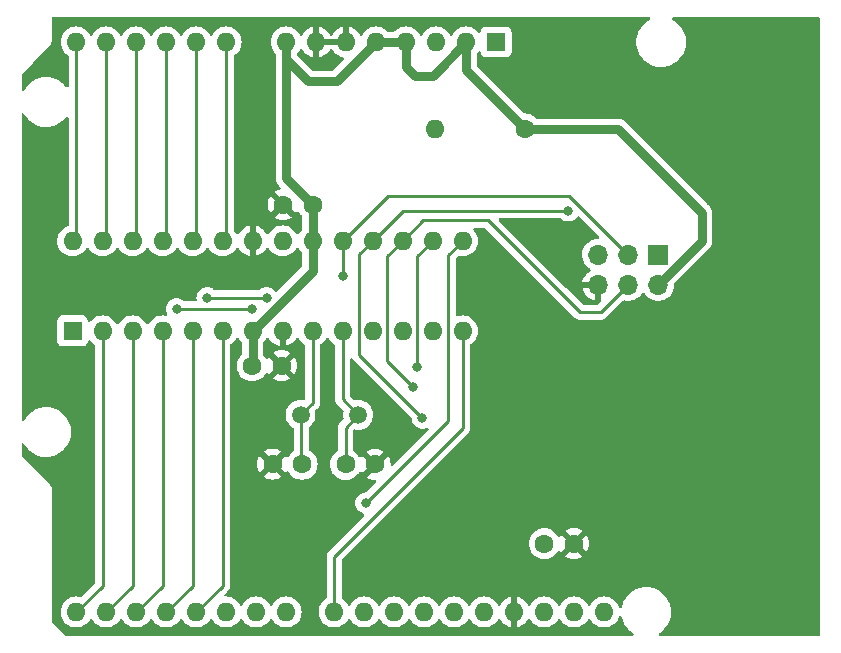
<source format=gbr>
%TF.GenerationSoftware,KiCad,Pcbnew,(6.0.6)*%
%TF.CreationDate,2022-12-20T11:11:53-08:00*%
%TF.ProjectId,AS-MULTI-UNO-01,41532d4d-554c-4544-992d-554e4f2d3031,rev?*%
%TF.SameCoordinates,Original*%
%TF.FileFunction,Copper,L2,Bot*%
%TF.FilePolarity,Positive*%
%FSLAX46Y46*%
G04 Gerber Fmt 4.6, Leading zero omitted, Abs format (unit mm)*
G04 Created by KiCad (PCBNEW (6.0.6)) date 2022-12-20 11:11:53*
%MOMM*%
%LPD*%
G01*
G04 APERTURE LIST*
%TA.AperFunction,ComponentPad*%
%ADD10C,1.500000*%
%TD*%
%TA.AperFunction,ComponentPad*%
%ADD11C,1.600000*%
%TD*%
%TA.AperFunction,ComponentPad*%
%ADD12R,1.600000X1.600000*%
%TD*%
%TA.AperFunction,ComponentPad*%
%ADD13O,1.600000X1.600000*%
%TD*%
%TA.AperFunction,ComponentPad*%
%ADD14R,1.700000X1.700000*%
%TD*%
%TA.AperFunction,ComponentPad*%
%ADD15O,1.700000X1.700000*%
%TD*%
%TA.AperFunction,ViaPad*%
%ADD16C,0.800000*%
%TD*%
%TA.AperFunction,Conductor*%
%ADD17C,0.250000*%
%TD*%
%TA.AperFunction,Conductor*%
%ADD18C,0.750000*%
%TD*%
G04 APERTURE END LIST*
D10*
%TO.P,Y1,1,1*%
%TO.N,/XTAL1*%
X101244400Y-98425000D03*
%TO.P,Y1,2,2*%
%TO.N,/XTAL2*%
X106124400Y-98425000D03*
%TD*%
D11*
%TO.P,C4,1*%
%TO.N,VCC*%
X97149600Y-94259400D03*
%TO.P,C4,2*%
%TO.N,GND*%
X99649600Y-94259400D03*
%TD*%
%TO.P,C2,1*%
%TO.N,/XTAL2*%
X105054400Y-102616000D03*
%TO.P,C2,2*%
%TO.N,GND*%
X107554400Y-102616000D03*
%TD*%
%TO.P,C3,1*%
%TO.N,VCC*%
X102265800Y-80619600D03*
%TO.P,C3,2*%
%TO.N,GND*%
X99765800Y-80619600D03*
%TD*%
%TO.P,C5,1*%
%TO.N,/AREF*%
X121889200Y-109321600D03*
%TO.P,C5,2*%
%TO.N,GND*%
X124389200Y-109321600D03*
%TD*%
D12*
%TO.P,U1,1,~{RESET}/PC6*%
%TO.N,/RESET*%
X81940400Y-91313000D03*
D13*
%TO.P,U1,2,PD0*%
%TO.N,/D0{slash}RX*%
X84480400Y-91313000D03*
%TO.P,U1,3,PD1*%
%TO.N,/D1{slash}TX*%
X87020400Y-91313000D03*
%TO.P,U1,4,PD2*%
%TO.N,/D2*%
X89560400Y-91313000D03*
%TO.P,U1,5,PD3*%
%TO.N,/D3*%
X92100400Y-91313000D03*
%TO.P,U1,6,PD4*%
%TO.N,/D4*%
X94640400Y-91313000D03*
%TO.P,U1,7,VCC*%
%TO.N,VCC*%
X97180400Y-91313000D03*
%TO.P,U1,8,GND*%
%TO.N,GND*%
X99720400Y-91313000D03*
%TO.P,U1,9,XTAL1/PB6*%
%TO.N,/XTAL1*%
X102260400Y-91313000D03*
%TO.P,U1,10,XTAL2/PB7*%
%TO.N,/XTAL2*%
X104800400Y-91313000D03*
%TO.P,U1,11,PD5*%
%TO.N,/D5*%
X107340400Y-91313000D03*
%TO.P,U1,12,PD6*%
%TO.N,/D6*%
X109880400Y-91313000D03*
%TO.P,U1,13,PD7*%
%TO.N,/D7*%
X112420400Y-91313000D03*
%TO.P,U1,14,PB0*%
%TO.N,/D8*%
X114960400Y-91313000D03*
%TO.P,U1,15,PB1*%
%TO.N,/D9*%
X114960400Y-83693000D03*
%TO.P,U1,16,PB2*%
%TO.N,/D10*%
X112420400Y-83693000D03*
%TO.P,U1,17,PB3*%
%TO.N,/D11*%
X109880400Y-83693000D03*
%TO.P,U1,18,PB4*%
%TO.N,/D12*%
X107340400Y-83693000D03*
%TO.P,U1,19,PB5*%
%TO.N,/D13*%
X104800400Y-83693000D03*
%TO.P,U1,20,AVCC*%
%TO.N,VCC*%
X102260400Y-83693000D03*
%TO.P,U1,21,AREF*%
%TO.N,/AREF*%
X99720400Y-83693000D03*
%TO.P,U1,22,GND*%
%TO.N,GND*%
X97180400Y-83693000D03*
%TO.P,U1,23,PC0*%
%TO.N,/A0*%
X94640400Y-83693000D03*
%TO.P,U1,24,PC1*%
%TO.N,/A1*%
X92100400Y-83693000D03*
%TO.P,U1,25,PC2*%
%TO.N,/A2*%
X89560400Y-83693000D03*
%TO.P,U1,26,PC3*%
%TO.N,/A3*%
X87020400Y-83693000D03*
%TO.P,U1,27,PC4*%
%TO.N,/A4*%
X84480400Y-83693000D03*
%TO.P,U1,28,PC5*%
%TO.N,/A5*%
X81940400Y-83693000D03*
%TD*%
D14*
%TO.P,J1,1,Pin_1*%
%TO.N,/D12*%
X131531600Y-84856400D03*
D15*
%TO.P,J1,2,Pin_2*%
%TO.N,VCC*%
X131531600Y-87396400D03*
%TO.P,J1,3,Pin_3*%
%TO.N,/D13*%
X128991600Y-84856400D03*
%TO.P,J1,4,Pin_4*%
%TO.N,/D11*%
X128991600Y-87396400D03*
%TO.P,J1,5,Pin_5*%
%TO.N,/RESET*%
X126451600Y-84856400D03*
%TO.P,J1,6,Pin_6*%
%TO.N,GND*%
X126451600Y-87396400D03*
%TD*%
D11*
%TO.P,R1,1*%
%TO.N,VCC*%
X120243600Y-74218800D03*
D13*
%TO.P,R1,2*%
%TO.N,/RESET*%
X112623600Y-74218800D03*
%TD*%
D11*
%TO.P,C1,1*%
%TO.N,/XTAL1*%
X101376800Y-102590600D03*
%TO.P,C1,2*%
%TO.N,GND*%
X98876800Y-102590600D03*
%TD*%
D12*
%TO.P,A1,1,NC*%
%TO.N,unconnected-(A1-Pad1)*%
X117805200Y-66852800D03*
D13*
%TO.P,A1,2,IOREF*%
%TO.N,VCC*%
X115265200Y-66852800D03*
%TO.P,A1,3,~{RESET}*%
%TO.N,/RESET*%
X112725200Y-66852800D03*
%TO.P,A1,4,3V3*%
%TO.N,VCC*%
X110185200Y-66852800D03*
%TO.P,A1,5,+5V*%
X107645200Y-66852800D03*
%TO.P,A1,6,GND*%
%TO.N,GND*%
X105105200Y-66852800D03*
%TO.P,A1,7,GND*%
X102565200Y-66852800D03*
%TO.P,A1,8,VIN*%
%TO.N,VCC*%
X100025200Y-66852800D03*
%TO.P,A1,9,A0*%
%TO.N,/A0*%
X94945200Y-66852800D03*
%TO.P,A1,10,A1*%
%TO.N,/A1*%
X92405200Y-66852800D03*
%TO.P,A1,11,A2*%
%TO.N,/A2*%
X89865200Y-66852800D03*
%TO.P,A1,12,A3*%
%TO.N,/A3*%
X87325200Y-66852800D03*
%TO.P,A1,13,SDA/A4*%
%TO.N,/A4*%
X84785200Y-66852800D03*
%TO.P,A1,14,SCL/A5*%
%TO.N,/A5*%
X82245200Y-66852800D03*
%TO.P,A1,15,D0/RX*%
%TO.N,/D0{slash}RX*%
X82245200Y-115112800D03*
%TO.P,A1,16,D1/TX*%
%TO.N,/D1{slash}TX*%
X84785200Y-115112800D03*
%TO.P,A1,17,D2*%
%TO.N,/D2*%
X87325200Y-115112800D03*
%TO.P,A1,18,D3*%
%TO.N,/D3*%
X89865200Y-115112800D03*
%TO.P,A1,19,D4*%
%TO.N,/D4*%
X92405200Y-115112800D03*
%TO.P,A1,20,D5*%
%TO.N,/D5*%
X94945200Y-115112800D03*
%TO.P,A1,21,D6*%
%TO.N,/D6*%
X97485200Y-115112800D03*
%TO.P,A1,22,D7*%
%TO.N,/D7*%
X100025200Y-115112800D03*
%TO.P,A1,23,D8*%
%TO.N,/D8*%
X104085200Y-115112800D03*
%TO.P,A1,24,D9*%
%TO.N,/D9*%
X106625200Y-115112800D03*
%TO.P,A1,25,D10*%
%TO.N,/D10*%
X109165200Y-115112800D03*
%TO.P,A1,26,D11*%
%TO.N,/D11*%
X111705200Y-115112800D03*
%TO.P,A1,27,D12*%
%TO.N,/D12*%
X114245200Y-115112800D03*
%TO.P,A1,28,D13*%
%TO.N,/D13*%
X116785200Y-115112800D03*
%TO.P,A1,29,GND*%
%TO.N,GND*%
X119325200Y-115112800D03*
%TO.P,A1,30,AREF*%
%TO.N,/AREF*%
X121865200Y-115112800D03*
%TO.P,A1,31,SDA/A4*%
%TO.N,/A4*%
X124405200Y-115112800D03*
%TO.P,A1,32,SCL/A5*%
%TO.N,/A5*%
X126945200Y-115112800D03*
%TD*%
D16*
%TO.N,/D5*%
X90754200Y-89458800D03*
X97104200Y-89458800D03*
%TO.N,/D6*%
X93345000Y-88519000D03*
X98374200Y-88519000D03*
%TO.N,/D9*%
X106781600Y-105892600D03*
%TO.N,/D10*%
X111125000Y-94386400D03*
%TO.N,/D11*%
X110769400Y-96062800D03*
%TO.N,/D12*%
X123901200Y-81127600D03*
X111556800Y-98679000D03*
%TO.N,/D13*%
X104800400Y-86674100D03*
%TD*%
D17*
%TO.N,/XTAL2*%
X105054400Y-99495000D02*
X105054400Y-102616000D01*
X106124400Y-98425000D02*
X105054400Y-99495000D01*
X104800400Y-97101000D02*
X106124400Y-98425000D01*
X104800400Y-91313000D02*
X104800400Y-97101000D01*
%TO.N,/XTAL1*%
X101305600Y-102519400D02*
X101376800Y-102590600D01*
X101305600Y-98363800D02*
X101305600Y-102519400D01*
X102260400Y-97409000D02*
X101305600Y-98363800D01*
X102260400Y-91313000D02*
X102260400Y-97409000D01*
%TO.N,VCC*%
X100025200Y-66852800D02*
X100025200Y-68300600D01*
D18*
X135204200Y-81330800D02*
X135204200Y-83723800D01*
X110185200Y-68961000D02*
X110921800Y-69697600D01*
X104317800Y-70180200D02*
X107645200Y-66852800D01*
X100025200Y-68300600D02*
X101904800Y-70180200D01*
X112420400Y-69697600D02*
X115265200Y-66852800D01*
X100025200Y-78379000D02*
X102265800Y-80619600D01*
X97180400Y-91313000D02*
X97180400Y-94228600D01*
X107645200Y-66852800D02*
X110185200Y-66852800D01*
X102260400Y-86233000D02*
X97180400Y-91313000D01*
X135204200Y-83723800D02*
X131531600Y-87396400D01*
D17*
X97180400Y-94228600D02*
X97149600Y-94259400D01*
D18*
X100025200Y-66852800D02*
X100025200Y-78379000D01*
X115265200Y-69240400D02*
X120243600Y-74218800D01*
X128092200Y-74218800D02*
X135204200Y-81330800D01*
X110185200Y-66852800D02*
X110185200Y-68961000D01*
X101904800Y-70180200D02*
X104317800Y-70180200D01*
D17*
X102260400Y-80625000D02*
X102265800Y-80619600D01*
D18*
X102260400Y-83693000D02*
X102260400Y-86233000D01*
X120243600Y-74218800D02*
X128092200Y-74218800D01*
X102260400Y-83693000D02*
X102260400Y-80625000D01*
X110921800Y-69697600D02*
X112420400Y-69697600D01*
X115265200Y-66852800D02*
X115265200Y-69240400D01*
D17*
%TO.N,/A0*%
X94945200Y-66852800D02*
X94945200Y-83388200D01*
X94945200Y-83388200D02*
X94640400Y-83693000D01*
%TO.N,/A1*%
X92405200Y-83388200D02*
X92100400Y-83693000D01*
X92405200Y-66852800D02*
X92405200Y-83388200D01*
%TO.N,/A2*%
X89865200Y-83388200D02*
X89560400Y-83693000D01*
X89865200Y-66852800D02*
X89865200Y-83388200D01*
%TO.N,/A3*%
X87325200Y-66852800D02*
X87325200Y-83388200D01*
X87325200Y-83388200D02*
X87020400Y-83693000D01*
%TO.N,/A4*%
X84785200Y-83388200D02*
X84480400Y-83693000D01*
X84785200Y-66852800D02*
X84785200Y-83388200D01*
%TO.N,/A5*%
X82245200Y-83388200D02*
X81940400Y-83693000D01*
X82245200Y-66852800D02*
X82245200Y-83388200D01*
%TO.N,/D0{slash}RX*%
X84480400Y-91313000D02*
X84480400Y-112877600D01*
X84480400Y-112877600D02*
X82245200Y-115112800D01*
%TO.N,/D1{slash}TX*%
X87020400Y-91313000D02*
X87020400Y-112877600D01*
X87020400Y-112877600D02*
X84785200Y-115112800D01*
%TO.N,/D2*%
X89560400Y-112877600D02*
X87325200Y-115112800D01*
X89560400Y-91313000D02*
X89560400Y-112877600D01*
%TO.N,/D3*%
X92100400Y-112877600D02*
X89865200Y-115112800D01*
X92100400Y-91313000D02*
X92100400Y-112877600D01*
%TO.N,/D4*%
X94640400Y-91313000D02*
X94640400Y-112877600D01*
X94640400Y-112877600D02*
X92405200Y-115112800D01*
%TO.N,/D5*%
X97104200Y-89458800D02*
X90754200Y-89458800D01*
%TO.N,/D6*%
X98374200Y-88519000D02*
X93345000Y-88519000D01*
%TO.N,/D8*%
X104085200Y-110417800D02*
X114960400Y-99542600D01*
X104085200Y-115112800D02*
X104085200Y-110417800D01*
X114960400Y-99542600D02*
X114960400Y-91313000D01*
%TO.N,/D9*%
X114960400Y-83693000D02*
X113766600Y-84886800D01*
X113766600Y-84886800D02*
X113766600Y-98907600D01*
X113766600Y-98907600D02*
X106781600Y-105892600D01*
%TO.N,/D10*%
X111125000Y-84988400D02*
X111125000Y-94386400D01*
X112420400Y-83693000D02*
X111125000Y-84988400D01*
%TO.N,/D11*%
X109880400Y-83693000D02*
X111633000Y-81940400D01*
X111633000Y-81940400D02*
X117119400Y-81940400D01*
X126649800Y-89738200D02*
X128991600Y-87396400D01*
X108585000Y-93878400D02*
X110769400Y-96062800D01*
X117119400Y-81940400D02*
X124917200Y-89738200D01*
X108585000Y-84988400D02*
X108585000Y-93878400D01*
X124917200Y-89738200D02*
X126649800Y-89738200D01*
X109880400Y-83693000D02*
X108585000Y-84988400D01*
%TO.N,/D12*%
X109905800Y-81127600D02*
X123901200Y-81127600D01*
X106215400Y-84818000D02*
X106215400Y-93337600D01*
X106215400Y-93337600D02*
X111556800Y-98679000D01*
X107340400Y-83693000D02*
X106215400Y-84818000D01*
X107340400Y-83693000D02*
X109905800Y-81127600D01*
%TO.N,/D13*%
X104800400Y-83693000D02*
X108610400Y-79883000D01*
X124018200Y-79883000D02*
X128991600Y-84856400D01*
X108610400Y-79883000D02*
X124018200Y-79883000D01*
X104800400Y-86674100D02*
X104800400Y-83693000D01*
%TD*%
%TA.AperFunction,Conductor*%
%TO.N,GND*%
G36*
X130753900Y-64739339D02*
G01*
X130822013Y-64759367D01*
X130868486Y-64813041D01*
X130878563Y-64883319D01*
X130849045Y-64947888D01*
X130811642Y-64977305D01*
X130680388Y-65045050D01*
X130676887Y-65047511D01*
X130676883Y-65047513D01*
X130666794Y-65054604D01*
X130445177Y-65210359D01*
X130234578Y-65406060D01*
X130052487Y-65628532D01*
X129902273Y-65873658D01*
X129900547Y-65877591D01*
X129900546Y-65877592D01*
X129841101Y-66013011D01*
X129786717Y-66136902D01*
X129785542Y-66141029D01*
X129785541Y-66141030D01*
X129747336Y-66275148D01*
X129707956Y-66413394D01*
X129667449Y-66698016D01*
X129667427Y-66702305D01*
X129667426Y-66702312D01*
X129665965Y-66981217D01*
X129665943Y-66985503D01*
X129666502Y-66989747D01*
X129666502Y-66989751D01*
X129678917Y-67084049D01*
X129703468Y-67270534D01*
X129779329Y-67547836D01*
X129781013Y-67551784D01*
X129875458Y-67773205D01*
X129892123Y-67812276D01*
X129944329Y-67899505D01*
X130009789Y-68008881D01*
X130039761Y-68058961D01*
X130219513Y-68283328D01*
X130428051Y-68481223D01*
X130661517Y-68648986D01*
X130665312Y-68650995D01*
X130665313Y-68650996D01*
X130687069Y-68662515D01*
X130915592Y-68783512D01*
X131185573Y-68882311D01*
X131466464Y-68943555D01*
X131495041Y-68945804D01*
X131689482Y-68961107D01*
X131689491Y-68961107D01*
X131691939Y-68961300D01*
X131847471Y-68961300D01*
X131849607Y-68961154D01*
X131849618Y-68961154D01*
X132057748Y-68946965D01*
X132057754Y-68946964D01*
X132062025Y-68946673D01*
X132066220Y-68945804D01*
X132066222Y-68945804D01*
X132232609Y-68911347D01*
X132343542Y-68888374D01*
X132614543Y-68792407D01*
X132870012Y-68660550D01*
X132873513Y-68658089D01*
X132873517Y-68658087D01*
X133037481Y-68542851D01*
X133105223Y-68495241D01*
X133289768Y-68323751D01*
X133312679Y-68302461D01*
X133312681Y-68302458D01*
X133315822Y-68299540D01*
X133497913Y-68077068D01*
X133648127Y-67831942D01*
X133678340Y-67763116D01*
X133761957Y-67572630D01*
X133763683Y-67568698D01*
X133792038Y-67469159D01*
X133807216Y-67415874D01*
X133842444Y-67292206D01*
X133877068Y-67048921D01*
X133882346Y-67011836D01*
X133882346Y-67011834D01*
X133882951Y-67007584D01*
X133883045Y-66989751D01*
X133884435Y-66724383D01*
X133884435Y-66724376D01*
X133884457Y-66720097D01*
X133871900Y-66624713D01*
X133847492Y-66439322D01*
X133846932Y-66435066D01*
X133771071Y-66157764D01*
X133730105Y-66061722D01*
X133659963Y-65897276D01*
X133659961Y-65897272D01*
X133658277Y-65893324D01*
X133553868Y-65718869D01*
X133512843Y-65650321D01*
X133512840Y-65650317D01*
X133510639Y-65646639D01*
X133330887Y-65422272D01*
X133122349Y-65224377D01*
X132888883Y-65056614D01*
X132867043Y-65045050D01*
X132739423Y-64977479D01*
X132688580Y-64927927D01*
X132672598Y-64858752D01*
X132696552Y-64791919D01*
X132752836Y-64748645D01*
X132798430Y-64740125D01*
X145110748Y-64744857D01*
X145178861Y-64764885D01*
X145225334Y-64818559D01*
X145236700Y-64870857D01*
X145236700Y-117018300D01*
X145216698Y-117086421D01*
X145163042Y-117132914D01*
X145110700Y-117144300D01*
X131680057Y-117144300D01*
X131611936Y-117124298D01*
X131565443Y-117070642D01*
X131555339Y-117000368D01*
X131584833Y-116935788D01*
X131607606Y-116915213D01*
X131674465Y-116868223D01*
X131835223Y-116755241D01*
X132045822Y-116559540D01*
X132227913Y-116337068D01*
X132378127Y-116091942D01*
X132437319Y-115957100D01*
X132491957Y-115832630D01*
X132493683Y-115828698D01*
X132572444Y-115552206D01*
X132612951Y-115267584D01*
X132613734Y-115118275D01*
X132614435Y-114984383D01*
X132614435Y-114984376D01*
X132614457Y-114980097D01*
X132601900Y-114884713D01*
X132589399Y-114789762D01*
X132576932Y-114695066D01*
X132574608Y-114686569D01*
X132554785Y-114614111D01*
X132501071Y-114417764D01*
X132388277Y-114153324D01*
X132283868Y-113978869D01*
X132242843Y-113910321D01*
X132242840Y-113910317D01*
X132240639Y-113906639D01*
X132060887Y-113682272D01*
X131852349Y-113484377D01*
X131618883Y-113316614D01*
X131597043Y-113305050D01*
X131559464Y-113285153D01*
X131364808Y-113182088D01*
X131154095Y-113104978D01*
X131098858Y-113084764D01*
X131098856Y-113084763D01*
X131094827Y-113083289D01*
X130813936Y-113022045D01*
X130782885Y-113019601D01*
X130590918Y-113004493D01*
X130590909Y-113004493D01*
X130588461Y-113004300D01*
X130432929Y-113004300D01*
X130430793Y-113004446D01*
X130430782Y-113004446D01*
X130222652Y-113018635D01*
X130222646Y-113018636D01*
X130218375Y-113018927D01*
X130214180Y-113019796D01*
X130214178Y-113019796D01*
X130077617Y-113048076D01*
X129936858Y-113077226D01*
X129665857Y-113173193D01*
X129410388Y-113305050D01*
X129406887Y-113307511D01*
X129406883Y-113307513D01*
X129310846Y-113375009D01*
X129175177Y-113470359D01*
X129160092Y-113484377D01*
X129050506Y-113586211D01*
X128964578Y-113666060D01*
X128782487Y-113888532D01*
X128632273Y-114133658D01*
X128630547Y-114137591D01*
X128630546Y-114137592D01*
X128571101Y-114273011D01*
X128516717Y-114396902D01*
X128437956Y-114673394D01*
X128437352Y-114677640D01*
X128436081Y-114686569D01*
X128406680Y-114751192D01*
X128347008Y-114789660D01*
X128276012Y-114789762D01*
X128216231Y-114751463D01*
X128189631Y-114701426D01*
X128180907Y-114668867D01*
X128180906Y-114668865D01*
X128179484Y-114663557D01*
X128085166Y-114461289D01*
X128085049Y-114461038D01*
X128085046Y-114461033D01*
X128082723Y-114456051D01*
X127951398Y-114268500D01*
X127789500Y-114106602D01*
X127784992Y-114103445D01*
X127784989Y-114103443D01*
X127632428Y-113996619D01*
X127601949Y-113975277D01*
X127596967Y-113972954D01*
X127596962Y-113972951D01*
X127399425Y-113880839D01*
X127399424Y-113880839D01*
X127394443Y-113878516D01*
X127389135Y-113877094D01*
X127389133Y-113877093D01*
X127178602Y-113820681D01*
X127178600Y-113820681D01*
X127173287Y-113819257D01*
X126945200Y-113799302D01*
X126717113Y-113819257D01*
X126711800Y-113820681D01*
X126711798Y-113820681D01*
X126501267Y-113877093D01*
X126501265Y-113877094D01*
X126495957Y-113878516D01*
X126490976Y-113880839D01*
X126490975Y-113880839D01*
X126293438Y-113972951D01*
X126293433Y-113972954D01*
X126288451Y-113975277D01*
X126257972Y-113996619D01*
X126105411Y-114103443D01*
X126105408Y-114103445D01*
X126100900Y-114106602D01*
X125939002Y-114268500D01*
X125807677Y-114456051D01*
X125805354Y-114461033D01*
X125805351Y-114461038D01*
X125789395Y-114495257D01*
X125742478Y-114548542D01*
X125674201Y-114568003D01*
X125606241Y-114547461D01*
X125561005Y-114495257D01*
X125545049Y-114461038D01*
X125545046Y-114461033D01*
X125542723Y-114456051D01*
X125411398Y-114268500D01*
X125249500Y-114106602D01*
X125244992Y-114103445D01*
X125244989Y-114103443D01*
X125092428Y-113996619D01*
X125061949Y-113975277D01*
X125056967Y-113972954D01*
X125056962Y-113972951D01*
X124859425Y-113880839D01*
X124859424Y-113880839D01*
X124854443Y-113878516D01*
X124849135Y-113877094D01*
X124849133Y-113877093D01*
X124638602Y-113820681D01*
X124638600Y-113820681D01*
X124633287Y-113819257D01*
X124405200Y-113799302D01*
X124177113Y-113819257D01*
X124171800Y-113820681D01*
X124171798Y-113820681D01*
X123961267Y-113877093D01*
X123961265Y-113877094D01*
X123955957Y-113878516D01*
X123950976Y-113880839D01*
X123950975Y-113880839D01*
X123753438Y-113972951D01*
X123753433Y-113972954D01*
X123748451Y-113975277D01*
X123717972Y-113996619D01*
X123565411Y-114103443D01*
X123565408Y-114103445D01*
X123560900Y-114106602D01*
X123399002Y-114268500D01*
X123267677Y-114456051D01*
X123265354Y-114461033D01*
X123265351Y-114461038D01*
X123249395Y-114495257D01*
X123202478Y-114548542D01*
X123134201Y-114568003D01*
X123066241Y-114547461D01*
X123021005Y-114495257D01*
X123005049Y-114461038D01*
X123005046Y-114461033D01*
X123002723Y-114456051D01*
X122871398Y-114268500D01*
X122709500Y-114106602D01*
X122704992Y-114103445D01*
X122704989Y-114103443D01*
X122552428Y-113996619D01*
X122521949Y-113975277D01*
X122516967Y-113972954D01*
X122516962Y-113972951D01*
X122319425Y-113880839D01*
X122319424Y-113880839D01*
X122314443Y-113878516D01*
X122309135Y-113877094D01*
X122309133Y-113877093D01*
X122098602Y-113820681D01*
X122098600Y-113820681D01*
X122093287Y-113819257D01*
X121865200Y-113799302D01*
X121637113Y-113819257D01*
X121631800Y-113820681D01*
X121631798Y-113820681D01*
X121421267Y-113877093D01*
X121421265Y-113877094D01*
X121415957Y-113878516D01*
X121410976Y-113880839D01*
X121410975Y-113880839D01*
X121213438Y-113972951D01*
X121213433Y-113972954D01*
X121208451Y-113975277D01*
X121177972Y-113996619D01*
X121025411Y-114103443D01*
X121025408Y-114103445D01*
X121020900Y-114106602D01*
X120859002Y-114268500D01*
X120727677Y-114456051D01*
X120725354Y-114461033D01*
X120725351Y-114461038D01*
X120709119Y-114495849D01*
X120662202Y-114549134D01*
X120593925Y-114568595D01*
X120525965Y-114548053D01*
X120480729Y-114495849D01*
X120464614Y-114461289D01*
X120459131Y-114451793D01*
X120334172Y-114273333D01*
X120327116Y-114264925D01*
X120173075Y-114110884D01*
X120164667Y-114103828D01*
X119986207Y-113978869D01*
X119976711Y-113973386D01*
X119779253Y-113881310D01*
X119768961Y-113877564D01*
X119596697Y-113831406D01*
X119582601Y-113831742D01*
X119579200Y-113839684D01*
X119579200Y-116380767D01*
X119583173Y-116394298D01*
X119591722Y-116395527D01*
X119768961Y-116348036D01*
X119779253Y-116344290D01*
X119976711Y-116252214D01*
X119986207Y-116246731D01*
X120164667Y-116121772D01*
X120173075Y-116114716D01*
X120327116Y-115960675D01*
X120334172Y-115952267D01*
X120459131Y-115773807D01*
X120464614Y-115764311D01*
X120480729Y-115729751D01*
X120527646Y-115676466D01*
X120595923Y-115657005D01*
X120663883Y-115677547D01*
X120709119Y-115729751D01*
X120725351Y-115764562D01*
X120725354Y-115764567D01*
X120727677Y-115769549D01*
X120859002Y-115957100D01*
X121020900Y-116118998D01*
X121025408Y-116122155D01*
X121025411Y-116122157D01*
X121058333Y-116145209D01*
X121208451Y-116250323D01*
X121213433Y-116252646D01*
X121213438Y-116252649D01*
X121362824Y-116322308D01*
X121415957Y-116347084D01*
X121421265Y-116348506D01*
X121421267Y-116348507D01*
X121631798Y-116404919D01*
X121631800Y-116404919D01*
X121637113Y-116406343D01*
X121865200Y-116426298D01*
X122093287Y-116406343D01*
X122098600Y-116404919D01*
X122098602Y-116404919D01*
X122309133Y-116348507D01*
X122309135Y-116348506D01*
X122314443Y-116347084D01*
X122367576Y-116322308D01*
X122516962Y-116252649D01*
X122516967Y-116252646D01*
X122521949Y-116250323D01*
X122672067Y-116145209D01*
X122704989Y-116122157D01*
X122704992Y-116122155D01*
X122709500Y-116118998D01*
X122871398Y-115957100D01*
X123002723Y-115769549D01*
X123005046Y-115764567D01*
X123005049Y-115764562D01*
X123021005Y-115730343D01*
X123067922Y-115677058D01*
X123136199Y-115657597D01*
X123204159Y-115678139D01*
X123249395Y-115730343D01*
X123265351Y-115764562D01*
X123265354Y-115764567D01*
X123267677Y-115769549D01*
X123399002Y-115957100D01*
X123560900Y-116118998D01*
X123565408Y-116122155D01*
X123565411Y-116122157D01*
X123598333Y-116145209D01*
X123748451Y-116250323D01*
X123753433Y-116252646D01*
X123753438Y-116252649D01*
X123902824Y-116322308D01*
X123955957Y-116347084D01*
X123961265Y-116348506D01*
X123961267Y-116348507D01*
X124171798Y-116404919D01*
X124171800Y-116404919D01*
X124177113Y-116406343D01*
X124405200Y-116426298D01*
X124633287Y-116406343D01*
X124638600Y-116404919D01*
X124638602Y-116404919D01*
X124849133Y-116348507D01*
X124849135Y-116348506D01*
X124854443Y-116347084D01*
X124907576Y-116322308D01*
X125056962Y-116252649D01*
X125056967Y-116252646D01*
X125061949Y-116250323D01*
X125212067Y-116145209D01*
X125244989Y-116122157D01*
X125244992Y-116122155D01*
X125249500Y-116118998D01*
X125411398Y-115957100D01*
X125542723Y-115769549D01*
X125545046Y-115764567D01*
X125545049Y-115764562D01*
X125561005Y-115730343D01*
X125607922Y-115677058D01*
X125676199Y-115657597D01*
X125744159Y-115678139D01*
X125789395Y-115730343D01*
X125805351Y-115764562D01*
X125805354Y-115764567D01*
X125807677Y-115769549D01*
X125939002Y-115957100D01*
X126100900Y-116118998D01*
X126105408Y-116122155D01*
X126105411Y-116122157D01*
X126138333Y-116145209D01*
X126288451Y-116250323D01*
X126293433Y-116252646D01*
X126293438Y-116252649D01*
X126442824Y-116322308D01*
X126495957Y-116347084D01*
X126501265Y-116348506D01*
X126501267Y-116348507D01*
X126711798Y-116404919D01*
X126711800Y-116404919D01*
X126717113Y-116406343D01*
X126945200Y-116426298D01*
X127173287Y-116406343D01*
X127178600Y-116404919D01*
X127178602Y-116404919D01*
X127389133Y-116348507D01*
X127389135Y-116348506D01*
X127394443Y-116347084D01*
X127447576Y-116322308D01*
X127596962Y-116252649D01*
X127596967Y-116252646D01*
X127601949Y-116250323D01*
X127752067Y-116145209D01*
X127784989Y-116122157D01*
X127784992Y-116122155D01*
X127789500Y-116118998D01*
X127951398Y-115957100D01*
X128082723Y-115769549D01*
X128085046Y-115764567D01*
X128085049Y-115764562D01*
X128177161Y-115567025D01*
X128177161Y-115567024D01*
X128179484Y-115562043D01*
X128189166Y-115525909D01*
X128226118Y-115465286D01*
X128289978Y-115434265D01*
X128360473Y-115442693D01*
X128415220Y-115487896D01*
X128433134Y-115530625D01*
X128433468Y-115530534D01*
X128509329Y-115807836D01*
X128622123Y-116072276D01*
X128633893Y-116091942D01*
X128726793Y-116247166D01*
X128769761Y-116318961D01*
X128949513Y-116543328D01*
X129158051Y-116741223D01*
X129391517Y-116908986D01*
X129395319Y-116910999D01*
X129395664Y-116911213D01*
X129443019Y-116964109D01*
X129454259Y-117034211D01*
X129425815Y-117099260D01*
X129366718Y-117138606D01*
X129329268Y-117144300D01*
X81466618Y-117144300D01*
X81398497Y-117124298D01*
X81377523Y-117107395D01*
X80225205Y-115955078D01*
X80191180Y-115892766D01*
X80188300Y-115865983D01*
X80188300Y-104796853D01*
X80189578Y-104785673D01*
X80188877Y-104785613D01*
X80189641Y-104776667D01*
X80191665Y-104767922D01*
X80188505Y-104712577D01*
X80188300Y-104705395D01*
X80188300Y-104687687D01*
X80187665Y-104683251D01*
X80187038Y-104678873D01*
X80185971Y-104668197D01*
X80183874Y-104631469D01*
X80183874Y-104631468D01*
X80183362Y-104622502D01*
X80180215Y-104613649D01*
X80174213Y-104589320D01*
X80172880Y-104580013D01*
X80169162Y-104571835D01*
X80153928Y-104538330D01*
X80149905Y-104528378D01*
X80137584Y-104493714D01*
X80134578Y-104485257D01*
X80129075Y-104477646D01*
X80116482Y-104455973D01*
X80116306Y-104455587D01*
X80112592Y-104447418D01*
X80106735Y-104440621D01*
X80106732Y-104440616D01*
X80082716Y-104412744D01*
X80076062Y-104404323D01*
X80071856Y-104398505D01*
X80071852Y-104398501D01*
X80069004Y-104394561D01*
X80057004Y-104382442D01*
X80051085Y-104376035D01*
X80023372Y-104343872D01*
X80023369Y-104343870D01*
X80017513Y-104337073D01*
X80009984Y-104332193D01*
X80003215Y-104326288D01*
X80003329Y-104326157D01*
X79992763Y-104317565D01*
X77659367Y-101961066D01*
X77625649Y-101898587D01*
X77622900Y-101872411D01*
X77622900Y-100955284D01*
X77642902Y-100887163D01*
X77696558Y-100840670D01*
X77766832Y-100830566D01*
X77831412Y-100860060D01*
X77857016Y-100890578D01*
X77969761Y-101078961D01*
X78149513Y-101303328D01*
X78166597Y-101319540D01*
X78349501Y-101493109D01*
X78358051Y-101501223D01*
X78591517Y-101668986D01*
X78595312Y-101670995D01*
X78595313Y-101670996D01*
X78617069Y-101682515D01*
X78845592Y-101803512D01*
X78869899Y-101812407D01*
X79105397Y-101898587D01*
X79115573Y-101902311D01*
X79396464Y-101963555D01*
X79408332Y-101964489D01*
X79619482Y-101981107D01*
X79619491Y-101981107D01*
X79621939Y-101981300D01*
X79777471Y-101981300D01*
X79779607Y-101981154D01*
X79779618Y-101981154D01*
X79987748Y-101966965D01*
X79987754Y-101966964D01*
X79992025Y-101966673D01*
X79996220Y-101965804D01*
X79996222Y-101965804D01*
X80150517Y-101933851D01*
X80273542Y-101908374D01*
X80544543Y-101812407D01*
X80800012Y-101680550D01*
X80803513Y-101678089D01*
X80803517Y-101678087D01*
X81030573Y-101518509D01*
X81035223Y-101515241D01*
X81245822Y-101319540D01*
X81427913Y-101097068D01*
X81578127Y-100851942D01*
X81693683Y-100588698D01*
X81772444Y-100312206D01*
X81802715Y-100099504D01*
X81812346Y-100031836D01*
X81812346Y-100031834D01*
X81812951Y-100027584D01*
X81813175Y-99984933D01*
X81814435Y-99744383D01*
X81814435Y-99744376D01*
X81814457Y-99740097D01*
X81805389Y-99671214D01*
X81795019Y-99592452D01*
X81776932Y-99455066D01*
X81701071Y-99177764D01*
X81683869Y-99137434D01*
X81589963Y-98917276D01*
X81589961Y-98917272D01*
X81588277Y-98913324D01*
X81488551Y-98746694D01*
X81442843Y-98670321D01*
X81442840Y-98670317D01*
X81440639Y-98666639D01*
X81260887Y-98442272D01*
X81052349Y-98244377D01*
X80818883Y-98076614D01*
X80797043Y-98065050D01*
X80773485Y-98052577D01*
X80564808Y-97942088D01*
X80294827Y-97843289D01*
X80013936Y-97782045D01*
X79982885Y-97779601D01*
X79790918Y-97764493D01*
X79790909Y-97764493D01*
X79788461Y-97764300D01*
X79632929Y-97764300D01*
X79630793Y-97764446D01*
X79630782Y-97764446D01*
X79422652Y-97778635D01*
X79422646Y-97778636D01*
X79418375Y-97778927D01*
X79414180Y-97779796D01*
X79414178Y-97779796D01*
X79277616Y-97808077D01*
X79136858Y-97837226D01*
X78865857Y-97933193D01*
X78610388Y-98065050D01*
X78606887Y-98067511D01*
X78606883Y-98067513D01*
X78492783Y-98147704D01*
X78375177Y-98230359D01*
X78164578Y-98426060D01*
X77982487Y-98648532D01*
X77980248Y-98652186D01*
X77856333Y-98854396D01*
X77803685Y-98902027D01*
X77733644Y-98913634D01*
X77668446Y-98885531D01*
X77628792Y-98826640D01*
X77622900Y-98788561D01*
X77622900Y-92161134D01*
X80631900Y-92161134D01*
X80638655Y-92223316D01*
X80689785Y-92359705D01*
X80777139Y-92476261D01*
X80893695Y-92563615D01*
X81030084Y-92614745D01*
X81092266Y-92621500D01*
X82788534Y-92621500D01*
X82850716Y-92614745D01*
X82987105Y-92563615D01*
X83103661Y-92476261D01*
X83191015Y-92359705D01*
X83242145Y-92223316D01*
X83243317Y-92212526D01*
X83244203Y-92210394D01*
X83244825Y-92207778D01*
X83245248Y-92207879D01*
X83270555Y-92146965D01*
X83328917Y-92106537D01*
X83399871Y-92104078D01*
X83460890Y-92140371D01*
X83467889Y-92149031D01*
X83471043Y-92152789D01*
X83474202Y-92157300D01*
X83636100Y-92319198D01*
X83640608Y-92322355D01*
X83640611Y-92322357D01*
X83793171Y-92429181D01*
X83837499Y-92484638D01*
X83846900Y-92532394D01*
X83846900Y-112563006D01*
X83826898Y-112631127D01*
X83809995Y-112652101D01*
X82658448Y-113803648D01*
X82596136Y-113837674D01*
X82536741Y-113836259D01*
X82478609Y-113820682D01*
X82478598Y-113820680D01*
X82473287Y-113819257D01*
X82245200Y-113799302D01*
X82017113Y-113819257D01*
X82011800Y-113820681D01*
X82011798Y-113820681D01*
X81801267Y-113877093D01*
X81801265Y-113877094D01*
X81795957Y-113878516D01*
X81790976Y-113880839D01*
X81790975Y-113880839D01*
X81593438Y-113972951D01*
X81593433Y-113972954D01*
X81588451Y-113975277D01*
X81557972Y-113996619D01*
X81405411Y-114103443D01*
X81405408Y-114103445D01*
X81400900Y-114106602D01*
X81239002Y-114268500D01*
X81107677Y-114456051D01*
X81105354Y-114461033D01*
X81105351Y-114461038D01*
X81105234Y-114461289D01*
X81010916Y-114663557D01*
X81009494Y-114668865D01*
X81009493Y-114668867D01*
X80977099Y-114789762D01*
X80951657Y-114884713D01*
X80931702Y-115112800D01*
X80951657Y-115340887D01*
X80953081Y-115346200D01*
X80953081Y-115346202D01*
X81003159Y-115533092D01*
X81010916Y-115562043D01*
X81013239Y-115567024D01*
X81013239Y-115567025D01*
X81105351Y-115764562D01*
X81105354Y-115764567D01*
X81107677Y-115769549D01*
X81239002Y-115957100D01*
X81400900Y-116118998D01*
X81405408Y-116122155D01*
X81405411Y-116122157D01*
X81438333Y-116145209D01*
X81588451Y-116250323D01*
X81593433Y-116252646D01*
X81593438Y-116252649D01*
X81742824Y-116322308D01*
X81795957Y-116347084D01*
X81801265Y-116348506D01*
X81801267Y-116348507D01*
X82011798Y-116404919D01*
X82011800Y-116404919D01*
X82017113Y-116406343D01*
X82245200Y-116426298D01*
X82473287Y-116406343D01*
X82478600Y-116404919D01*
X82478602Y-116404919D01*
X82689133Y-116348507D01*
X82689135Y-116348506D01*
X82694443Y-116347084D01*
X82747576Y-116322308D01*
X82896962Y-116252649D01*
X82896967Y-116252646D01*
X82901949Y-116250323D01*
X83052067Y-116145209D01*
X83084989Y-116122157D01*
X83084992Y-116122155D01*
X83089500Y-116118998D01*
X83251398Y-115957100D01*
X83382723Y-115769549D01*
X83385046Y-115764567D01*
X83385049Y-115764562D01*
X83401005Y-115730343D01*
X83447922Y-115677058D01*
X83516199Y-115657597D01*
X83584159Y-115678139D01*
X83629395Y-115730343D01*
X83645351Y-115764562D01*
X83645354Y-115764567D01*
X83647677Y-115769549D01*
X83779002Y-115957100D01*
X83940900Y-116118998D01*
X83945408Y-116122155D01*
X83945411Y-116122157D01*
X83978333Y-116145209D01*
X84128451Y-116250323D01*
X84133433Y-116252646D01*
X84133438Y-116252649D01*
X84282824Y-116322308D01*
X84335957Y-116347084D01*
X84341265Y-116348506D01*
X84341267Y-116348507D01*
X84551798Y-116404919D01*
X84551800Y-116404919D01*
X84557113Y-116406343D01*
X84785200Y-116426298D01*
X85013287Y-116406343D01*
X85018600Y-116404919D01*
X85018602Y-116404919D01*
X85229133Y-116348507D01*
X85229135Y-116348506D01*
X85234443Y-116347084D01*
X85287576Y-116322308D01*
X85436962Y-116252649D01*
X85436967Y-116252646D01*
X85441949Y-116250323D01*
X85592067Y-116145209D01*
X85624989Y-116122157D01*
X85624992Y-116122155D01*
X85629500Y-116118998D01*
X85791398Y-115957100D01*
X85922723Y-115769549D01*
X85925046Y-115764567D01*
X85925049Y-115764562D01*
X85941005Y-115730343D01*
X85987922Y-115677058D01*
X86056199Y-115657597D01*
X86124159Y-115678139D01*
X86169395Y-115730343D01*
X86185351Y-115764562D01*
X86185354Y-115764567D01*
X86187677Y-115769549D01*
X86319002Y-115957100D01*
X86480900Y-116118998D01*
X86485408Y-116122155D01*
X86485411Y-116122157D01*
X86518333Y-116145209D01*
X86668451Y-116250323D01*
X86673433Y-116252646D01*
X86673438Y-116252649D01*
X86822824Y-116322308D01*
X86875957Y-116347084D01*
X86881265Y-116348506D01*
X86881267Y-116348507D01*
X87091798Y-116404919D01*
X87091800Y-116404919D01*
X87097113Y-116406343D01*
X87325200Y-116426298D01*
X87553287Y-116406343D01*
X87558600Y-116404919D01*
X87558602Y-116404919D01*
X87769133Y-116348507D01*
X87769135Y-116348506D01*
X87774443Y-116347084D01*
X87827576Y-116322308D01*
X87976962Y-116252649D01*
X87976967Y-116252646D01*
X87981949Y-116250323D01*
X88132067Y-116145209D01*
X88164989Y-116122157D01*
X88164992Y-116122155D01*
X88169500Y-116118998D01*
X88331398Y-115957100D01*
X88462723Y-115769549D01*
X88465046Y-115764567D01*
X88465049Y-115764562D01*
X88481005Y-115730343D01*
X88527922Y-115677058D01*
X88596199Y-115657597D01*
X88664159Y-115678139D01*
X88709395Y-115730343D01*
X88725351Y-115764562D01*
X88725354Y-115764567D01*
X88727677Y-115769549D01*
X88859002Y-115957100D01*
X89020900Y-116118998D01*
X89025408Y-116122155D01*
X89025411Y-116122157D01*
X89058333Y-116145209D01*
X89208451Y-116250323D01*
X89213433Y-116252646D01*
X89213438Y-116252649D01*
X89362824Y-116322308D01*
X89415957Y-116347084D01*
X89421265Y-116348506D01*
X89421267Y-116348507D01*
X89631798Y-116404919D01*
X89631800Y-116404919D01*
X89637113Y-116406343D01*
X89865200Y-116426298D01*
X90093287Y-116406343D01*
X90098600Y-116404919D01*
X90098602Y-116404919D01*
X90309133Y-116348507D01*
X90309135Y-116348506D01*
X90314443Y-116347084D01*
X90367576Y-116322308D01*
X90516962Y-116252649D01*
X90516967Y-116252646D01*
X90521949Y-116250323D01*
X90672067Y-116145209D01*
X90704989Y-116122157D01*
X90704992Y-116122155D01*
X90709500Y-116118998D01*
X90871398Y-115957100D01*
X91002723Y-115769549D01*
X91005046Y-115764567D01*
X91005049Y-115764562D01*
X91021005Y-115730343D01*
X91067922Y-115677058D01*
X91136199Y-115657597D01*
X91204159Y-115678139D01*
X91249395Y-115730343D01*
X91265351Y-115764562D01*
X91265354Y-115764567D01*
X91267677Y-115769549D01*
X91399002Y-115957100D01*
X91560900Y-116118998D01*
X91565408Y-116122155D01*
X91565411Y-116122157D01*
X91598333Y-116145209D01*
X91748451Y-116250323D01*
X91753433Y-116252646D01*
X91753438Y-116252649D01*
X91902824Y-116322308D01*
X91955957Y-116347084D01*
X91961265Y-116348506D01*
X91961267Y-116348507D01*
X92171798Y-116404919D01*
X92171800Y-116404919D01*
X92177113Y-116406343D01*
X92405200Y-116426298D01*
X92633287Y-116406343D01*
X92638600Y-116404919D01*
X92638602Y-116404919D01*
X92849133Y-116348507D01*
X92849135Y-116348506D01*
X92854443Y-116347084D01*
X92907576Y-116322308D01*
X93056962Y-116252649D01*
X93056967Y-116252646D01*
X93061949Y-116250323D01*
X93212067Y-116145209D01*
X93244989Y-116122157D01*
X93244992Y-116122155D01*
X93249500Y-116118998D01*
X93411398Y-115957100D01*
X93542723Y-115769549D01*
X93545046Y-115764567D01*
X93545049Y-115764562D01*
X93561005Y-115730343D01*
X93607922Y-115677058D01*
X93676199Y-115657597D01*
X93744159Y-115678139D01*
X93789395Y-115730343D01*
X93805351Y-115764562D01*
X93805354Y-115764567D01*
X93807677Y-115769549D01*
X93939002Y-115957100D01*
X94100900Y-116118998D01*
X94105408Y-116122155D01*
X94105411Y-116122157D01*
X94138333Y-116145209D01*
X94288451Y-116250323D01*
X94293433Y-116252646D01*
X94293438Y-116252649D01*
X94442824Y-116322308D01*
X94495957Y-116347084D01*
X94501265Y-116348506D01*
X94501267Y-116348507D01*
X94711798Y-116404919D01*
X94711800Y-116404919D01*
X94717113Y-116406343D01*
X94945200Y-116426298D01*
X95173287Y-116406343D01*
X95178600Y-116404919D01*
X95178602Y-116404919D01*
X95389133Y-116348507D01*
X95389135Y-116348506D01*
X95394443Y-116347084D01*
X95447576Y-116322308D01*
X95596962Y-116252649D01*
X95596967Y-116252646D01*
X95601949Y-116250323D01*
X95752067Y-116145209D01*
X95784989Y-116122157D01*
X95784992Y-116122155D01*
X95789500Y-116118998D01*
X95951398Y-115957100D01*
X96082723Y-115769549D01*
X96085046Y-115764567D01*
X96085049Y-115764562D01*
X96101005Y-115730343D01*
X96147922Y-115677058D01*
X96216199Y-115657597D01*
X96284159Y-115678139D01*
X96329395Y-115730343D01*
X96345351Y-115764562D01*
X96345354Y-115764567D01*
X96347677Y-115769549D01*
X96479002Y-115957100D01*
X96640900Y-116118998D01*
X96645408Y-116122155D01*
X96645411Y-116122157D01*
X96678333Y-116145209D01*
X96828451Y-116250323D01*
X96833433Y-116252646D01*
X96833438Y-116252649D01*
X96982824Y-116322308D01*
X97035957Y-116347084D01*
X97041265Y-116348506D01*
X97041267Y-116348507D01*
X97251798Y-116404919D01*
X97251800Y-116404919D01*
X97257113Y-116406343D01*
X97485200Y-116426298D01*
X97713287Y-116406343D01*
X97718600Y-116404919D01*
X97718602Y-116404919D01*
X97929133Y-116348507D01*
X97929135Y-116348506D01*
X97934443Y-116347084D01*
X97987576Y-116322308D01*
X98136962Y-116252649D01*
X98136967Y-116252646D01*
X98141949Y-116250323D01*
X98292067Y-116145209D01*
X98324989Y-116122157D01*
X98324992Y-116122155D01*
X98329500Y-116118998D01*
X98491398Y-115957100D01*
X98622723Y-115769549D01*
X98625046Y-115764567D01*
X98625049Y-115764562D01*
X98641005Y-115730343D01*
X98687922Y-115677058D01*
X98756199Y-115657597D01*
X98824159Y-115678139D01*
X98869395Y-115730343D01*
X98885351Y-115764562D01*
X98885354Y-115764567D01*
X98887677Y-115769549D01*
X99019002Y-115957100D01*
X99180900Y-116118998D01*
X99185408Y-116122155D01*
X99185411Y-116122157D01*
X99218333Y-116145209D01*
X99368451Y-116250323D01*
X99373433Y-116252646D01*
X99373438Y-116252649D01*
X99522824Y-116322308D01*
X99575957Y-116347084D01*
X99581265Y-116348506D01*
X99581267Y-116348507D01*
X99791798Y-116404919D01*
X99791800Y-116404919D01*
X99797113Y-116406343D01*
X100025200Y-116426298D01*
X100253287Y-116406343D01*
X100258600Y-116404919D01*
X100258602Y-116404919D01*
X100469133Y-116348507D01*
X100469135Y-116348506D01*
X100474443Y-116347084D01*
X100527576Y-116322308D01*
X100676962Y-116252649D01*
X100676967Y-116252646D01*
X100681949Y-116250323D01*
X100832067Y-116145209D01*
X100864989Y-116122157D01*
X100864992Y-116122155D01*
X100869500Y-116118998D01*
X101031398Y-115957100D01*
X101162723Y-115769549D01*
X101165046Y-115764567D01*
X101165049Y-115764562D01*
X101257161Y-115567025D01*
X101257161Y-115567024D01*
X101259484Y-115562043D01*
X101267242Y-115533092D01*
X101317319Y-115346202D01*
X101317319Y-115346200D01*
X101318743Y-115340887D01*
X101338698Y-115112800D01*
X101318743Y-114884713D01*
X101293301Y-114789762D01*
X101260907Y-114668867D01*
X101260906Y-114668865D01*
X101259484Y-114663557D01*
X101165166Y-114461289D01*
X101165049Y-114461038D01*
X101165046Y-114461033D01*
X101162723Y-114456051D01*
X101031398Y-114268500D01*
X100869500Y-114106602D01*
X100864992Y-114103445D01*
X100864989Y-114103443D01*
X100712428Y-113996619D01*
X100681949Y-113975277D01*
X100676967Y-113972954D01*
X100676962Y-113972951D01*
X100479425Y-113880839D01*
X100479424Y-113880839D01*
X100474443Y-113878516D01*
X100469135Y-113877094D01*
X100469133Y-113877093D01*
X100258602Y-113820681D01*
X100258600Y-113820681D01*
X100253287Y-113819257D01*
X100025200Y-113799302D01*
X99797113Y-113819257D01*
X99791800Y-113820681D01*
X99791798Y-113820681D01*
X99581267Y-113877093D01*
X99581265Y-113877094D01*
X99575957Y-113878516D01*
X99570976Y-113880839D01*
X99570975Y-113880839D01*
X99373438Y-113972951D01*
X99373433Y-113972954D01*
X99368451Y-113975277D01*
X99337972Y-113996619D01*
X99185411Y-114103443D01*
X99185408Y-114103445D01*
X99180900Y-114106602D01*
X99019002Y-114268500D01*
X98887677Y-114456051D01*
X98885354Y-114461033D01*
X98885351Y-114461038D01*
X98869395Y-114495257D01*
X98822478Y-114548542D01*
X98754201Y-114568003D01*
X98686241Y-114547461D01*
X98641005Y-114495257D01*
X98625049Y-114461038D01*
X98625046Y-114461033D01*
X98622723Y-114456051D01*
X98491398Y-114268500D01*
X98329500Y-114106602D01*
X98324992Y-114103445D01*
X98324989Y-114103443D01*
X98172428Y-113996619D01*
X98141949Y-113975277D01*
X98136967Y-113972954D01*
X98136962Y-113972951D01*
X97939425Y-113880839D01*
X97939424Y-113880839D01*
X97934443Y-113878516D01*
X97929135Y-113877094D01*
X97929133Y-113877093D01*
X97718602Y-113820681D01*
X97718600Y-113820681D01*
X97713287Y-113819257D01*
X97485200Y-113799302D01*
X97257113Y-113819257D01*
X97251800Y-113820681D01*
X97251798Y-113820681D01*
X97041267Y-113877093D01*
X97041265Y-113877094D01*
X97035957Y-113878516D01*
X97030976Y-113880839D01*
X97030975Y-113880839D01*
X96833438Y-113972951D01*
X96833433Y-113972954D01*
X96828451Y-113975277D01*
X96797972Y-113996619D01*
X96645411Y-114103443D01*
X96645408Y-114103445D01*
X96640900Y-114106602D01*
X96479002Y-114268500D01*
X96347677Y-114456051D01*
X96345354Y-114461033D01*
X96345351Y-114461038D01*
X96329395Y-114495257D01*
X96282478Y-114548542D01*
X96214201Y-114568003D01*
X96146241Y-114547461D01*
X96101005Y-114495257D01*
X96085049Y-114461038D01*
X96085046Y-114461033D01*
X96082723Y-114456051D01*
X95951398Y-114268500D01*
X95789500Y-114106602D01*
X95784992Y-114103445D01*
X95784989Y-114103443D01*
X95632428Y-113996619D01*
X95601949Y-113975277D01*
X95596967Y-113972954D01*
X95596962Y-113972951D01*
X95399425Y-113880839D01*
X95399424Y-113880839D01*
X95394443Y-113878516D01*
X95389135Y-113877094D01*
X95389133Y-113877093D01*
X95178602Y-113820681D01*
X95178600Y-113820681D01*
X95173287Y-113819257D01*
X94945200Y-113799302D01*
X94939725Y-113799781D01*
X94939714Y-113799781D01*
X94927770Y-113800826D01*
X94858165Y-113786838D01*
X94807173Y-113737439D01*
X94790982Y-113668313D01*
X94814734Y-113601407D01*
X94827693Y-113586211D01*
X95032647Y-113381257D01*
X95040937Y-113373713D01*
X95047418Y-113369600D01*
X95094059Y-113319932D01*
X95096813Y-113317091D01*
X95116534Y-113297370D01*
X95119012Y-113294175D01*
X95126718Y-113285153D01*
X95151558Y-113258701D01*
X95156986Y-113252921D01*
X95166746Y-113235168D01*
X95177599Y-113218645D01*
X95185153Y-113208906D01*
X95190013Y-113202641D01*
X95207576Y-113162057D01*
X95212783Y-113151427D01*
X95234095Y-113112660D01*
X95236066Y-113104983D01*
X95236068Y-113104978D01*
X95239132Y-113093042D01*
X95245538Y-113074330D01*
X95250433Y-113063019D01*
X95253581Y-113055745D01*
X95254821Y-113047917D01*
X95254823Y-113047910D01*
X95260499Y-113012076D01*
X95262905Y-113000456D01*
X95271928Y-112965311D01*
X95271928Y-112965310D01*
X95273900Y-112957630D01*
X95273900Y-112937376D01*
X95275451Y-112917665D01*
X95277380Y-112905486D01*
X95278620Y-112897657D01*
X95274459Y-112853638D01*
X95273900Y-112841781D01*
X95273900Y-103676662D01*
X98155293Y-103676662D01*
X98164589Y-103688677D01*
X98215794Y-103724531D01*
X98225289Y-103730014D01*
X98422747Y-103822090D01*
X98433039Y-103825836D01*
X98643488Y-103882225D01*
X98654281Y-103884128D01*
X98871325Y-103903117D01*
X98882275Y-103903117D01*
X99099319Y-103884128D01*
X99110112Y-103882225D01*
X99320561Y-103825836D01*
X99330853Y-103822090D01*
X99528311Y-103730014D01*
X99537806Y-103724531D01*
X99589848Y-103688091D01*
X99598224Y-103677612D01*
X99591156Y-103664166D01*
X98889612Y-102962622D01*
X98875668Y-102955008D01*
X98873835Y-102955139D01*
X98867220Y-102959390D01*
X98161723Y-103664887D01*
X98155293Y-103676662D01*
X95273900Y-103676662D01*
X95273900Y-102596075D01*
X97564283Y-102596075D01*
X97583272Y-102813119D01*
X97585175Y-102823912D01*
X97641564Y-103034361D01*
X97645310Y-103044653D01*
X97737386Y-103242111D01*
X97742869Y-103251606D01*
X97779309Y-103303648D01*
X97789788Y-103312024D01*
X97803234Y-103304956D01*
X98504778Y-102603412D01*
X98512392Y-102589468D01*
X98512261Y-102587635D01*
X98508010Y-102581020D01*
X97802513Y-101875523D01*
X97790738Y-101869093D01*
X97778723Y-101878389D01*
X97742869Y-101929594D01*
X97737386Y-101939089D01*
X97645310Y-102136547D01*
X97641564Y-102146839D01*
X97585175Y-102357288D01*
X97583272Y-102368081D01*
X97564283Y-102585125D01*
X97564283Y-102596075D01*
X95273900Y-102596075D01*
X95273900Y-101503588D01*
X98155376Y-101503588D01*
X98162444Y-101517034D01*
X98863988Y-102218578D01*
X98877932Y-102226192D01*
X98879765Y-102226061D01*
X98886380Y-102221810D01*
X99591877Y-101516313D01*
X99598307Y-101504538D01*
X99589011Y-101492523D01*
X99537806Y-101456669D01*
X99528311Y-101451186D01*
X99330853Y-101359110D01*
X99320561Y-101355364D01*
X99110112Y-101298975D01*
X99099319Y-101297072D01*
X98882275Y-101278083D01*
X98871325Y-101278083D01*
X98654281Y-101297072D01*
X98643488Y-101298975D01*
X98433039Y-101355364D01*
X98422747Y-101359110D01*
X98225289Y-101451186D01*
X98215794Y-101456669D01*
X98163752Y-101493109D01*
X98155376Y-101503588D01*
X95273900Y-101503588D01*
X95273900Y-92532394D01*
X95293902Y-92464273D01*
X95327629Y-92429181D01*
X95480189Y-92322357D01*
X95480192Y-92322355D01*
X95484700Y-92319198D01*
X95646598Y-92157300D01*
X95777923Y-91969749D01*
X95780246Y-91964767D01*
X95780249Y-91964762D01*
X95796205Y-91930543D01*
X95843122Y-91877258D01*
X95911399Y-91857797D01*
X95979359Y-91878339D01*
X96024595Y-91930543D01*
X96040551Y-91964762D01*
X96040554Y-91964767D01*
X96042877Y-91969749D01*
X96174202Y-92157300D01*
X96259995Y-92243093D01*
X96294021Y-92305405D01*
X96296900Y-92332188D01*
X96296900Y-93209412D01*
X96276898Y-93277533D01*
X96259995Y-93298507D01*
X96143402Y-93415100D01*
X96140245Y-93419608D01*
X96140243Y-93419611D01*
X96086477Y-93496397D01*
X96012077Y-93602651D01*
X96009754Y-93607633D01*
X96009751Y-93607638D01*
X95943229Y-93750297D01*
X95915316Y-93810157D01*
X95913894Y-93815465D01*
X95913893Y-93815467D01*
X95864908Y-93998281D01*
X95856057Y-94031313D01*
X95836102Y-94259400D01*
X95856057Y-94487487D01*
X95857481Y-94492800D01*
X95857481Y-94492802D01*
X95894625Y-94631422D01*
X95915316Y-94708643D01*
X95917639Y-94713624D01*
X95917639Y-94713625D01*
X96009751Y-94911162D01*
X96009754Y-94911167D01*
X96012077Y-94916149D01*
X96143402Y-95103700D01*
X96305300Y-95265598D01*
X96309808Y-95268755D01*
X96309811Y-95268757D01*
X96347173Y-95294918D01*
X96492851Y-95396923D01*
X96497833Y-95399246D01*
X96497838Y-95399249D01*
X96694365Y-95490890D01*
X96700357Y-95493684D01*
X96705665Y-95495106D01*
X96705667Y-95495107D01*
X96916198Y-95551519D01*
X96916200Y-95551519D01*
X96921513Y-95552943D01*
X97149600Y-95572898D01*
X97377687Y-95552943D01*
X97383000Y-95551519D01*
X97383002Y-95551519D01*
X97593533Y-95495107D01*
X97593535Y-95495106D01*
X97598843Y-95493684D01*
X97604835Y-95490890D01*
X97801362Y-95399249D01*
X97801367Y-95399246D01*
X97806349Y-95396923D01*
X97879843Y-95345462D01*
X98928093Y-95345462D01*
X98937389Y-95357477D01*
X98988594Y-95393331D01*
X98998089Y-95398814D01*
X99195547Y-95490890D01*
X99205839Y-95494636D01*
X99416288Y-95551025D01*
X99427081Y-95552928D01*
X99644125Y-95571917D01*
X99655075Y-95571917D01*
X99872119Y-95552928D01*
X99882912Y-95551025D01*
X100093361Y-95494636D01*
X100103653Y-95490890D01*
X100301111Y-95398814D01*
X100310606Y-95393331D01*
X100362648Y-95356891D01*
X100371024Y-95346412D01*
X100363956Y-95332966D01*
X99662412Y-94631422D01*
X99648468Y-94623808D01*
X99646635Y-94623939D01*
X99640020Y-94628190D01*
X98934523Y-95333687D01*
X98928093Y-95345462D01*
X97879843Y-95345462D01*
X97952027Y-95294918D01*
X97989389Y-95268757D01*
X97989392Y-95268755D01*
X97993900Y-95265598D01*
X98155798Y-95103700D01*
X98287123Y-94916149D01*
X98289447Y-94911165D01*
X98290771Y-94908872D01*
X98342153Y-94859879D01*
X98411867Y-94846443D01*
X98477778Y-94872829D01*
X98509009Y-94908872D01*
X98515666Y-94920402D01*
X98552109Y-94972448D01*
X98562588Y-94980824D01*
X98576034Y-94973756D01*
X99277578Y-94272212D01*
X99283956Y-94260532D01*
X100014008Y-94260532D01*
X100014139Y-94262365D01*
X100018390Y-94268980D01*
X100723887Y-94974477D01*
X100735662Y-94980907D01*
X100747677Y-94971611D01*
X100783531Y-94920406D01*
X100789014Y-94910911D01*
X100881090Y-94713453D01*
X100884836Y-94703161D01*
X100941225Y-94492712D01*
X100943128Y-94481919D01*
X100962117Y-94264875D01*
X100962117Y-94253925D01*
X100943128Y-94036881D01*
X100941225Y-94026088D01*
X100884836Y-93815639D01*
X100881090Y-93805347D01*
X100789014Y-93607889D01*
X100783531Y-93598394D01*
X100747091Y-93546352D01*
X100736612Y-93537976D01*
X100723166Y-93545044D01*
X100021622Y-94246588D01*
X100014008Y-94260532D01*
X99283956Y-94260532D01*
X99285192Y-94258268D01*
X99285061Y-94256435D01*
X99280810Y-94249820D01*
X98575313Y-93544323D01*
X98563538Y-93537893D01*
X98551523Y-93547189D01*
X98515666Y-93598398D01*
X98509009Y-93609928D01*
X98457627Y-93658921D01*
X98387913Y-93672358D01*
X98322002Y-93645971D01*
X98290771Y-93609928D01*
X98289447Y-93607635D01*
X98287123Y-93602651D01*
X98212723Y-93496397D01*
X98158957Y-93419611D01*
X98158955Y-93419608D01*
X98155798Y-93415100D01*
X98100805Y-93360107D01*
X98066779Y-93297795D01*
X98063900Y-93271012D01*
X98063900Y-93172388D01*
X98928176Y-93172388D01*
X98935244Y-93185834D01*
X99636788Y-93887378D01*
X99650732Y-93894992D01*
X99652565Y-93894861D01*
X99659180Y-93890610D01*
X100364677Y-93185113D01*
X100371107Y-93173338D01*
X100361811Y-93161323D01*
X100310606Y-93125469D01*
X100301111Y-93119986D01*
X100103653Y-93027910D01*
X100093361Y-93024164D01*
X99882912Y-92967775D01*
X99872119Y-92965872D01*
X99655075Y-92946883D01*
X99644125Y-92946883D01*
X99427081Y-92965872D01*
X99416288Y-92967775D01*
X99205839Y-93024164D01*
X99195547Y-93027910D01*
X98998089Y-93119986D01*
X98988594Y-93125469D01*
X98936552Y-93161909D01*
X98928176Y-93172388D01*
X98063900Y-93172388D01*
X98063900Y-92332188D01*
X98083902Y-92264067D01*
X98100805Y-92243093D01*
X98186598Y-92157300D01*
X98317923Y-91969749D01*
X98320246Y-91964767D01*
X98320249Y-91964762D01*
X98336481Y-91929951D01*
X98383398Y-91876666D01*
X98451675Y-91857205D01*
X98519635Y-91877747D01*
X98564871Y-91929951D01*
X98580986Y-91964511D01*
X98586469Y-91974007D01*
X98711428Y-92152467D01*
X98718484Y-92160875D01*
X98872525Y-92314916D01*
X98880933Y-92321972D01*
X99059393Y-92446931D01*
X99068889Y-92452414D01*
X99266347Y-92544490D01*
X99276639Y-92548236D01*
X99448903Y-92594394D01*
X99462999Y-92594058D01*
X99466400Y-92586116D01*
X99466400Y-91185000D01*
X99486402Y-91116879D01*
X99540058Y-91070386D01*
X99592400Y-91059000D01*
X99848400Y-91059000D01*
X99916521Y-91079002D01*
X99963014Y-91132658D01*
X99974400Y-91185000D01*
X99974400Y-92580967D01*
X99978373Y-92594498D01*
X99986922Y-92595727D01*
X100164161Y-92548236D01*
X100174453Y-92544490D01*
X100371911Y-92452414D01*
X100381407Y-92446931D01*
X100559867Y-92321972D01*
X100568275Y-92314916D01*
X100722316Y-92160875D01*
X100729372Y-92152467D01*
X100854331Y-91974007D01*
X100859814Y-91964511D01*
X100875929Y-91929951D01*
X100922846Y-91876666D01*
X100991123Y-91857205D01*
X101059083Y-91877747D01*
X101104319Y-91929951D01*
X101120551Y-91964762D01*
X101120554Y-91964767D01*
X101122877Y-91969749D01*
X101254202Y-92157300D01*
X101416100Y-92319198D01*
X101420608Y-92322355D01*
X101420611Y-92322357D01*
X101573171Y-92429181D01*
X101617499Y-92484638D01*
X101626900Y-92532394D01*
X101626900Y-97060389D01*
X101606898Y-97128510D01*
X101553242Y-97175003D01*
X101482968Y-97185107D01*
X101470833Y-97182617D01*
X101469084Y-97182309D01*
X101463771Y-97180885D01*
X101244400Y-97161693D01*
X101025029Y-97180885D01*
X100812324Y-97237880D01*
X100718962Y-97281415D01*
X100617734Y-97328618D01*
X100617729Y-97328621D01*
X100612747Y-97330944D01*
X100608240Y-97334100D01*
X100608238Y-97334101D01*
X100436873Y-97454092D01*
X100436870Y-97454094D01*
X100432362Y-97457251D01*
X100276651Y-97612962D01*
X100273494Y-97617470D01*
X100273492Y-97617473D01*
X100158493Y-97781709D01*
X100150344Y-97793347D01*
X100148021Y-97798329D01*
X100148018Y-97798334D01*
X100123963Y-97849921D01*
X100057280Y-97992924D01*
X100000285Y-98205629D01*
X99981093Y-98425000D01*
X100000285Y-98644371D01*
X100057280Y-98857076D01*
X100085352Y-98917276D01*
X100148018Y-99051666D01*
X100148021Y-99051671D01*
X100150344Y-99056653D01*
X100153500Y-99061160D01*
X100153501Y-99061162D01*
X100265560Y-99221198D01*
X100276651Y-99237038D01*
X100432362Y-99392749D01*
X100436871Y-99395906D01*
X100436873Y-99395908D01*
X100475420Y-99422899D01*
X100609410Y-99516720D01*
X100609411Y-99516721D01*
X100612746Y-99519056D01*
X100612276Y-99519727D01*
X100658096Y-99567787D01*
X100672100Y-99625517D01*
X100672100Y-101421061D01*
X100652098Y-101489182D01*
X100618371Y-101524274D01*
X100537011Y-101581243D01*
X100537008Y-101581245D01*
X100532500Y-101584402D01*
X100370602Y-101746300D01*
X100367445Y-101750808D01*
X100367443Y-101750811D01*
X100329509Y-101804987D01*
X100239277Y-101933851D01*
X100236953Y-101938835D01*
X100235629Y-101941128D01*
X100184247Y-101990121D01*
X100114533Y-102003557D01*
X100048622Y-101977171D01*
X100017391Y-101941128D01*
X100010734Y-101929598D01*
X99974291Y-101877552D01*
X99963812Y-101869176D01*
X99950366Y-101876244D01*
X99248822Y-102577788D01*
X99241208Y-102591732D01*
X99241339Y-102593565D01*
X99245590Y-102600180D01*
X99951087Y-103305677D01*
X99962862Y-103312107D01*
X99974877Y-103302811D01*
X100010734Y-103251602D01*
X100017391Y-103240072D01*
X100068773Y-103191079D01*
X100138487Y-103177642D01*
X100204398Y-103204029D01*
X100235629Y-103240072D01*
X100236953Y-103242365D01*
X100239277Y-103247349D01*
X100370602Y-103434900D01*
X100532500Y-103596798D01*
X100537008Y-103599955D01*
X100537011Y-103599957D01*
X100563209Y-103618301D01*
X100720051Y-103728123D01*
X100725033Y-103730446D01*
X100725038Y-103730449D01*
X100921565Y-103822090D01*
X100927557Y-103824884D01*
X100932865Y-103826306D01*
X100932867Y-103826307D01*
X101143398Y-103882719D01*
X101143400Y-103882719D01*
X101148713Y-103884143D01*
X101376800Y-103904098D01*
X101604887Y-103884143D01*
X101610200Y-103882719D01*
X101610202Y-103882719D01*
X101820733Y-103826307D01*
X101820735Y-103826306D01*
X101826043Y-103824884D01*
X101832035Y-103822090D01*
X102028562Y-103730449D01*
X102028567Y-103730446D01*
X102033549Y-103728123D01*
X102190391Y-103618301D01*
X102216589Y-103599957D01*
X102216592Y-103599955D01*
X102221100Y-103596798D01*
X102382998Y-103434900D01*
X102514323Y-103247349D01*
X102516646Y-103242367D01*
X102516649Y-103242362D01*
X102608761Y-103044825D01*
X102608761Y-103044824D01*
X102611084Y-103039843D01*
X102631776Y-102962622D01*
X102668919Y-102824002D01*
X102668919Y-102824000D01*
X102670343Y-102818687D01*
X102690298Y-102590600D01*
X102670343Y-102362513D01*
X102647587Y-102277587D01*
X102612507Y-102146667D01*
X102612506Y-102146665D01*
X102611084Y-102141357D01*
X102552406Y-102015521D01*
X102516649Y-101938838D01*
X102516646Y-101938833D01*
X102514323Y-101933851D01*
X102424091Y-101804987D01*
X102386157Y-101750811D01*
X102386155Y-101750808D01*
X102382998Y-101746300D01*
X102221100Y-101584402D01*
X102216592Y-101581245D01*
X102216589Y-101581243D01*
X102090720Y-101493109D01*
X102033549Y-101453077D01*
X102011851Y-101442959D01*
X101958566Y-101396043D01*
X101939100Y-101328764D01*
X101939100Y-99540502D01*
X101959102Y-99472381D01*
X101992829Y-99437289D01*
X102051927Y-99395908D01*
X102051930Y-99395906D01*
X102056438Y-99392749D01*
X102212149Y-99237038D01*
X102223241Y-99221198D01*
X102335299Y-99061162D01*
X102335300Y-99061160D01*
X102338456Y-99056653D01*
X102340779Y-99051671D01*
X102340782Y-99051666D01*
X102403448Y-98917276D01*
X102431520Y-98857076D01*
X102488515Y-98644371D01*
X102507707Y-98425000D01*
X102488515Y-98205629D01*
X102484446Y-98190444D01*
X102480116Y-98174283D01*
X102481806Y-98103306D01*
X102512728Y-98052577D01*
X102652653Y-97912652D01*
X102660939Y-97905112D01*
X102667418Y-97901000D01*
X102714044Y-97851348D01*
X102716798Y-97848507D01*
X102736535Y-97828770D01*
X102739015Y-97825573D01*
X102746720Y-97816551D01*
X102771559Y-97790100D01*
X102776986Y-97784321D01*
X102780805Y-97777375D01*
X102780807Y-97777372D01*
X102786748Y-97766566D01*
X102797599Y-97750047D01*
X102805158Y-97740301D01*
X102810014Y-97734041D01*
X102813159Y-97726772D01*
X102813162Y-97726768D01*
X102827574Y-97693463D01*
X102832791Y-97682813D01*
X102854095Y-97644060D01*
X102859133Y-97624437D01*
X102865537Y-97605734D01*
X102870433Y-97594420D01*
X102870433Y-97594419D01*
X102873581Y-97587145D01*
X102874820Y-97579322D01*
X102874823Y-97579312D01*
X102880499Y-97543476D01*
X102882905Y-97531856D01*
X102891928Y-97496711D01*
X102891928Y-97496710D01*
X102893900Y-97489030D01*
X102893900Y-97468776D01*
X102895451Y-97449065D01*
X102897380Y-97436886D01*
X102898620Y-97429057D01*
X102894459Y-97385038D01*
X102893900Y-97373181D01*
X102893900Y-92532394D01*
X102913902Y-92464273D01*
X102947629Y-92429181D01*
X103100189Y-92322357D01*
X103100192Y-92322355D01*
X103104700Y-92319198D01*
X103266598Y-92157300D01*
X103397923Y-91969749D01*
X103400246Y-91964767D01*
X103400249Y-91964762D01*
X103416205Y-91930543D01*
X103463122Y-91877258D01*
X103531399Y-91857797D01*
X103599359Y-91878339D01*
X103644595Y-91930543D01*
X103660551Y-91964762D01*
X103660554Y-91964767D01*
X103662877Y-91969749D01*
X103794202Y-92157300D01*
X103956100Y-92319198D01*
X103960608Y-92322355D01*
X103960611Y-92322357D01*
X104113171Y-92429181D01*
X104157499Y-92484638D01*
X104166900Y-92532394D01*
X104166900Y-97022233D01*
X104166373Y-97033416D01*
X104164698Y-97040909D01*
X104164947Y-97048835D01*
X104164947Y-97048836D01*
X104166838Y-97108986D01*
X104166900Y-97112945D01*
X104166900Y-97140856D01*
X104167397Y-97144790D01*
X104167397Y-97144791D01*
X104167405Y-97144856D01*
X104168338Y-97156693D01*
X104169727Y-97200889D01*
X104175378Y-97220339D01*
X104179387Y-97239700D01*
X104181926Y-97259797D01*
X104184845Y-97267168D01*
X104184845Y-97267170D01*
X104198204Y-97300912D01*
X104202049Y-97312142D01*
X104208429Y-97334101D01*
X104214382Y-97354593D01*
X104218415Y-97361412D01*
X104218417Y-97361417D01*
X104224693Y-97372028D01*
X104233388Y-97389776D01*
X104240848Y-97408617D01*
X104245510Y-97415033D01*
X104245510Y-97415034D01*
X104266836Y-97444387D01*
X104273352Y-97454307D01*
X104276044Y-97458858D01*
X104295858Y-97492362D01*
X104310179Y-97506683D01*
X104323019Y-97521716D01*
X104334928Y-97538107D01*
X104341032Y-97543157D01*
X104341037Y-97543162D01*
X104368998Y-97566293D01*
X104377779Y-97574283D01*
X104856073Y-98052578D01*
X104890098Y-98114890D01*
X104888684Y-98174283D01*
X104880285Y-98205629D01*
X104861093Y-98425000D01*
X104880285Y-98644371D01*
X104881708Y-98649681D01*
X104881709Y-98649685D01*
X104888684Y-98675717D01*
X104886994Y-98746694D01*
X104856072Y-98797423D01*
X104662147Y-98991348D01*
X104653861Y-98998888D01*
X104647382Y-99003000D01*
X104641957Y-99008777D01*
X104600757Y-99052651D01*
X104598002Y-99055493D01*
X104578265Y-99075230D01*
X104575785Y-99078427D01*
X104568082Y-99087447D01*
X104537814Y-99119679D01*
X104533995Y-99126625D01*
X104533993Y-99126628D01*
X104528052Y-99137434D01*
X104517201Y-99153953D01*
X104504786Y-99169959D01*
X104501641Y-99177228D01*
X104501638Y-99177232D01*
X104487226Y-99210537D01*
X104482009Y-99221187D01*
X104460705Y-99259940D01*
X104458734Y-99267615D01*
X104458734Y-99267616D01*
X104455667Y-99279562D01*
X104449263Y-99298266D01*
X104441219Y-99316855D01*
X104439980Y-99324678D01*
X104439977Y-99324688D01*
X104434301Y-99360524D01*
X104431895Y-99372144D01*
X104426605Y-99392749D01*
X104420900Y-99414970D01*
X104420900Y-99435224D01*
X104419349Y-99454934D01*
X104416180Y-99474943D01*
X104416926Y-99482835D01*
X104420341Y-99518961D01*
X104420900Y-99530819D01*
X104420900Y-101396606D01*
X104400898Y-101464727D01*
X104367171Y-101499819D01*
X104214611Y-101606643D01*
X104214608Y-101606645D01*
X104210100Y-101609802D01*
X104048202Y-101771700D01*
X104045045Y-101776208D01*
X104045043Y-101776211D01*
X103990302Y-101854389D01*
X103916877Y-101959251D01*
X103914554Y-101964233D01*
X103914551Y-101964238D01*
X103822439Y-102161775D01*
X103820116Y-102166757D01*
X103818694Y-102172065D01*
X103818693Y-102172067D01*
X103766171Y-102368081D01*
X103760857Y-102387913D01*
X103740902Y-102616000D01*
X103760857Y-102844087D01*
X103762281Y-102849400D01*
X103762281Y-102849402D01*
X103792619Y-102962622D01*
X103820116Y-103065243D01*
X103822439Y-103070224D01*
X103822439Y-103070225D01*
X103914551Y-103267762D01*
X103914554Y-103267767D01*
X103916877Y-103272749D01*
X103944378Y-103312024D01*
X104030417Y-103434900D01*
X104048202Y-103460300D01*
X104210100Y-103622198D01*
X104214608Y-103625355D01*
X104214611Y-103625357D01*
X104270036Y-103664166D01*
X104397651Y-103753523D01*
X104402633Y-103755846D01*
X104402638Y-103755849D01*
X104599165Y-103847490D01*
X104605157Y-103850284D01*
X104610465Y-103851706D01*
X104610467Y-103851707D01*
X104820998Y-103908119D01*
X104821000Y-103908119D01*
X104826313Y-103909543D01*
X105054400Y-103929498D01*
X105282487Y-103909543D01*
X105287800Y-103908119D01*
X105287802Y-103908119D01*
X105498333Y-103851707D01*
X105498335Y-103851706D01*
X105503643Y-103850284D01*
X105509635Y-103847490D01*
X105706162Y-103755849D01*
X105706167Y-103755846D01*
X105711149Y-103753523D01*
X105838764Y-103664166D01*
X105894189Y-103625357D01*
X105894192Y-103625355D01*
X105898700Y-103622198D01*
X106060598Y-103460300D01*
X106078384Y-103434900D01*
X106164422Y-103312024D01*
X106191923Y-103272749D01*
X106194247Y-103267765D01*
X106195571Y-103265472D01*
X106246953Y-103216479D01*
X106316667Y-103203043D01*
X106382578Y-103229429D01*
X106413809Y-103265472D01*
X106420466Y-103277002D01*
X106456909Y-103329048D01*
X106467388Y-103337424D01*
X106480834Y-103330356D01*
X107182378Y-102628812D01*
X107189992Y-102614868D01*
X107189861Y-102613035D01*
X107185610Y-102606420D01*
X106480113Y-101900923D01*
X106468338Y-101894493D01*
X106456323Y-101903789D01*
X106420466Y-101954998D01*
X106413809Y-101966528D01*
X106362427Y-102015521D01*
X106292713Y-102028958D01*
X106226802Y-102002571D01*
X106195571Y-101966528D01*
X106194247Y-101964235D01*
X106191923Y-101959251D01*
X106128794Y-101869093D01*
X106063757Y-101776211D01*
X106063755Y-101776208D01*
X106060598Y-101771700D01*
X105898700Y-101609802D01*
X105894192Y-101606645D01*
X105894189Y-101606643D01*
X105783287Y-101528988D01*
X106832976Y-101528988D01*
X106840044Y-101542434D01*
X107541588Y-102243978D01*
X107555532Y-102251592D01*
X107557365Y-102251461D01*
X107563980Y-102247210D01*
X108269477Y-101541713D01*
X108275907Y-101529938D01*
X108266611Y-101517923D01*
X108215406Y-101482069D01*
X108205911Y-101476586D01*
X108008453Y-101384510D01*
X107998161Y-101380764D01*
X107787712Y-101324375D01*
X107776919Y-101322472D01*
X107559875Y-101303483D01*
X107548925Y-101303483D01*
X107331881Y-101322472D01*
X107321088Y-101324375D01*
X107110639Y-101380764D01*
X107100347Y-101384510D01*
X106902889Y-101476586D01*
X106893394Y-101482069D01*
X106841352Y-101518509D01*
X106832976Y-101528988D01*
X105783287Y-101528988D01*
X105741629Y-101499819D01*
X105697301Y-101444362D01*
X105687900Y-101396606D01*
X105687900Y-99809594D01*
X105707902Y-99741473D01*
X105724805Y-99720499D01*
X105751976Y-99693328D01*
X105814288Y-99659302D01*
X105873681Y-99660716D01*
X105899712Y-99667691D01*
X105899719Y-99667692D01*
X105905029Y-99669115D01*
X106124400Y-99688307D01*
X106343771Y-99669115D01*
X106556476Y-99612120D01*
X106756054Y-99519056D01*
X106857159Y-99448261D01*
X106931927Y-99395908D01*
X106931929Y-99395906D01*
X106936438Y-99392749D01*
X107092149Y-99237038D01*
X107103241Y-99221198D01*
X107215299Y-99061162D01*
X107215300Y-99061160D01*
X107218456Y-99056653D01*
X107220779Y-99051671D01*
X107220782Y-99051666D01*
X107283448Y-98917276D01*
X107311520Y-98857076D01*
X107368515Y-98644371D01*
X107387707Y-98425000D01*
X107368515Y-98205629D01*
X107311520Y-97992924D01*
X107244837Y-97849921D01*
X107220782Y-97798334D01*
X107220779Y-97798329D01*
X107218456Y-97793347D01*
X107210307Y-97781709D01*
X107095308Y-97617473D01*
X107095306Y-97617470D01*
X107092149Y-97612962D01*
X106936438Y-97457251D01*
X106924748Y-97449065D01*
X106816374Y-97373181D01*
X106756054Y-97330944D01*
X106556476Y-97237880D01*
X106343771Y-97180885D01*
X106124400Y-97161693D01*
X105905029Y-97180885D01*
X105899714Y-97182309D01*
X105899715Y-97182309D01*
X105873683Y-97189284D01*
X105802706Y-97187594D01*
X105751977Y-97156672D01*
X105470805Y-96875500D01*
X105436779Y-96813188D01*
X105433900Y-96786405D01*
X105433900Y-93727520D01*
X105453902Y-93659399D01*
X105507558Y-93612906D01*
X105577832Y-93602802D01*
X105642412Y-93632296D01*
X105661836Y-93653459D01*
X105666152Y-93659399D01*
X105681836Y-93680987D01*
X105688352Y-93690907D01*
X105710858Y-93728962D01*
X105725179Y-93743283D01*
X105738019Y-93758316D01*
X105749928Y-93774707D01*
X105756034Y-93779758D01*
X105784005Y-93802898D01*
X105792784Y-93810888D01*
X110609678Y-98627782D01*
X110643704Y-98690094D01*
X110645893Y-98703707D01*
X110661731Y-98854396D01*
X110663258Y-98868928D01*
X110722273Y-99050556D01*
X110725576Y-99056278D01*
X110725577Y-99056279D01*
X110738323Y-99078356D01*
X110817760Y-99215944D01*
X110822178Y-99220851D01*
X110822179Y-99220852D01*
X110910984Y-99319480D01*
X110945547Y-99357866D01*
X110993559Y-99392749D01*
X111085189Y-99459322D01*
X111100048Y-99470118D01*
X111106076Y-99472802D01*
X111106078Y-99472803D01*
X111268479Y-99545108D01*
X111274512Y-99547794D01*
X111344437Y-99562657D01*
X111454856Y-99586128D01*
X111454861Y-99586128D01*
X111461313Y-99587500D01*
X111652287Y-99587500D01*
X111658739Y-99586128D01*
X111658744Y-99586128D01*
X111769163Y-99562657D01*
X111839088Y-99547794D01*
X111845115Y-99545111D01*
X111845123Y-99545108D01*
X111923570Y-99510181D01*
X111993937Y-99500747D01*
X112058234Y-99530854D01*
X112096047Y-99590943D01*
X112095371Y-99661936D01*
X112063913Y-99714383D01*
X109082011Y-102696285D01*
X109019700Y-102730310D01*
X108948885Y-102725245D01*
X108892049Y-102682698D01*
X108867238Y-102616178D01*
X108867118Y-102612826D01*
X108847928Y-102393481D01*
X108846025Y-102382688D01*
X108789636Y-102172239D01*
X108785890Y-102161947D01*
X108693814Y-101964489D01*
X108688331Y-101954994D01*
X108651891Y-101902952D01*
X108641412Y-101894576D01*
X108627966Y-101901644D01*
X106839323Y-103690287D01*
X106832893Y-103702062D01*
X106842189Y-103714077D01*
X106893394Y-103749931D01*
X106902889Y-103755414D01*
X107100347Y-103847490D01*
X107110639Y-103851236D01*
X107321088Y-103907625D01*
X107331881Y-103909528D01*
X107554400Y-103928996D01*
X107554220Y-103931052D01*
X107613709Y-103948519D01*
X107660202Y-104002175D01*
X107670306Y-104072449D01*
X107640812Y-104137029D01*
X107634683Y-104143612D01*
X106831100Y-104947195D01*
X106768788Y-104981221D01*
X106742005Y-104984100D01*
X106686113Y-104984100D01*
X106679661Y-104985472D01*
X106679656Y-104985472D01*
X106592713Y-105003953D01*
X106499312Y-105023806D01*
X106493282Y-105026491D01*
X106493281Y-105026491D01*
X106330878Y-105098797D01*
X106330876Y-105098798D01*
X106324848Y-105101482D01*
X106170347Y-105213734D01*
X106042560Y-105355656D01*
X105947073Y-105521044D01*
X105888058Y-105702672D01*
X105868096Y-105892600D01*
X105888058Y-106082528D01*
X105947073Y-106264156D01*
X106042560Y-106429544D01*
X106170347Y-106571466D01*
X106324848Y-106683718D01*
X106330876Y-106686402D01*
X106330878Y-106686403D01*
X106493281Y-106758709D01*
X106499312Y-106761394D01*
X106557990Y-106773866D01*
X106620462Y-106807594D01*
X106654784Y-106869744D01*
X106650056Y-106940583D01*
X106620887Y-106986208D01*
X103692947Y-109914148D01*
X103684661Y-109921688D01*
X103678182Y-109925800D01*
X103672757Y-109931577D01*
X103631557Y-109975451D01*
X103628802Y-109978293D01*
X103609065Y-109998030D01*
X103606585Y-110001227D01*
X103598882Y-110010247D01*
X103568614Y-110042479D01*
X103564795Y-110049425D01*
X103564793Y-110049428D01*
X103558852Y-110060234D01*
X103548001Y-110076753D01*
X103535586Y-110092759D01*
X103532441Y-110100028D01*
X103532438Y-110100032D01*
X103518026Y-110133337D01*
X103512809Y-110143987D01*
X103491505Y-110182740D01*
X103489534Y-110190415D01*
X103489534Y-110190416D01*
X103486467Y-110202362D01*
X103480063Y-110221066D01*
X103472019Y-110239655D01*
X103470780Y-110247478D01*
X103470777Y-110247488D01*
X103465101Y-110283324D01*
X103462695Y-110294944D01*
X103451700Y-110337770D01*
X103451700Y-110358024D01*
X103450149Y-110377734D01*
X103446980Y-110397743D01*
X103447726Y-110405635D01*
X103451141Y-110441761D01*
X103451700Y-110453619D01*
X103451700Y-113893406D01*
X103431698Y-113961527D01*
X103397971Y-113996619D01*
X103245411Y-114103443D01*
X103245408Y-114103445D01*
X103240900Y-114106602D01*
X103079002Y-114268500D01*
X102947677Y-114456051D01*
X102945354Y-114461033D01*
X102945351Y-114461038D01*
X102945234Y-114461289D01*
X102850916Y-114663557D01*
X102849494Y-114668865D01*
X102849493Y-114668867D01*
X102817099Y-114789762D01*
X102791657Y-114884713D01*
X102771702Y-115112800D01*
X102791657Y-115340887D01*
X102793081Y-115346200D01*
X102793081Y-115346202D01*
X102843159Y-115533092D01*
X102850916Y-115562043D01*
X102853239Y-115567024D01*
X102853239Y-115567025D01*
X102945351Y-115764562D01*
X102945354Y-115764567D01*
X102947677Y-115769549D01*
X103079002Y-115957100D01*
X103240900Y-116118998D01*
X103245408Y-116122155D01*
X103245411Y-116122157D01*
X103278333Y-116145209D01*
X103428451Y-116250323D01*
X103433433Y-116252646D01*
X103433438Y-116252649D01*
X103582824Y-116322308D01*
X103635957Y-116347084D01*
X103641265Y-116348506D01*
X103641267Y-116348507D01*
X103851798Y-116404919D01*
X103851800Y-116404919D01*
X103857113Y-116406343D01*
X104085200Y-116426298D01*
X104313287Y-116406343D01*
X104318600Y-116404919D01*
X104318602Y-116404919D01*
X104529133Y-116348507D01*
X104529135Y-116348506D01*
X104534443Y-116347084D01*
X104587576Y-116322308D01*
X104736962Y-116252649D01*
X104736967Y-116252646D01*
X104741949Y-116250323D01*
X104892067Y-116145209D01*
X104924989Y-116122157D01*
X104924992Y-116122155D01*
X104929500Y-116118998D01*
X105091398Y-115957100D01*
X105222723Y-115769549D01*
X105225046Y-115764567D01*
X105225049Y-115764562D01*
X105241005Y-115730343D01*
X105287922Y-115677058D01*
X105356199Y-115657597D01*
X105424159Y-115678139D01*
X105469395Y-115730343D01*
X105485351Y-115764562D01*
X105485354Y-115764567D01*
X105487677Y-115769549D01*
X105619002Y-115957100D01*
X105780900Y-116118998D01*
X105785408Y-116122155D01*
X105785411Y-116122157D01*
X105818333Y-116145209D01*
X105968451Y-116250323D01*
X105973433Y-116252646D01*
X105973438Y-116252649D01*
X106122824Y-116322308D01*
X106175957Y-116347084D01*
X106181265Y-116348506D01*
X106181267Y-116348507D01*
X106391798Y-116404919D01*
X106391800Y-116404919D01*
X106397113Y-116406343D01*
X106625200Y-116426298D01*
X106853287Y-116406343D01*
X106858600Y-116404919D01*
X106858602Y-116404919D01*
X107069133Y-116348507D01*
X107069135Y-116348506D01*
X107074443Y-116347084D01*
X107127576Y-116322308D01*
X107276962Y-116252649D01*
X107276967Y-116252646D01*
X107281949Y-116250323D01*
X107432067Y-116145209D01*
X107464989Y-116122157D01*
X107464992Y-116122155D01*
X107469500Y-116118998D01*
X107631398Y-115957100D01*
X107762723Y-115769549D01*
X107765046Y-115764567D01*
X107765049Y-115764562D01*
X107781005Y-115730343D01*
X107827922Y-115677058D01*
X107896199Y-115657597D01*
X107964159Y-115678139D01*
X108009395Y-115730343D01*
X108025351Y-115764562D01*
X108025354Y-115764567D01*
X108027677Y-115769549D01*
X108159002Y-115957100D01*
X108320900Y-116118998D01*
X108325408Y-116122155D01*
X108325411Y-116122157D01*
X108358333Y-116145209D01*
X108508451Y-116250323D01*
X108513433Y-116252646D01*
X108513438Y-116252649D01*
X108662824Y-116322308D01*
X108715957Y-116347084D01*
X108721265Y-116348506D01*
X108721267Y-116348507D01*
X108931798Y-116404919D01*
X108931800Y-116404919D01*
X108937113Y-116406343D01*
X109165200Y-116426298D01*
X109393287Y-116406343D01*
X109398600Y-116404919D01*
X109398602Y-116404919D01*
X109609133Y-116348507D01*
X109609135Y-116348506D01*
X109614443Y-116347084D01*
X109667576Y-116322308D01*
X109816962Y-116252649D01*
X109816967Y-116252646D01*
X109821949Y-116250323D01*
X109972067Y-116145209D01*
X110004989Y-116122157D01*
X110004992Y-116122155D01*
X110009500Y-116118998D01*
X110171398Y-115957100D01*
X110302723Y-115769549D01*
X110305046Y-115764567D01*
X110305049Y-115764562D01*
X110321005Y-115730343D01*
X110367922Y-115677058D01*
X110436199Y-115657597D01*
X110504159Y-115678139D01*
X110549395Y-115730343D01*
X110565351Y-115764562D01*
X110565354Y-115764567D01*
X110567677Y-115769549D01*
X110699002Y-115957100D01*
X110860900Y-116118998D01*
X110865408Y-116122155D01*
X110865411Y-116122157D01*
X110898333Y-116145209D01*
X111048451Y-116250323D01*
X111053433Y-116252646D01*
X111053438Y-116252649D01*
X111202824Y-116322308D01*
X111255957Y-116347084D01*
X111261265Y-116348506D01*
X111261267Y-116348507D01*
X111471798Y-116404919D01*
X111471800Y-116404919D01*
X111477113Y-116406343D01*
X111705200Y-116426298D01*
X111933287Y-116406343D01*
X111938600Y-116404919D01*
X111938602Y-116404919D01*
X112149133Y-116348507D01*
X112149135Y-116348506D01*
X112154443Y-116347084D01*
X112207576Y-116322308D01*
X112356962Y-116252649D01*
X112356967Y-116252646D01*
X112361949Y-116250323D01*
X112512067Y-116145209D01*
X112544989Y-116122157D01*
X112544992Y-116122155D01*
X112549500Y-116118998D01*
X112711398Y-115957100D01*
X112842723Y-115769549D01*
X112845046Y-115764567D01*
X112845049Y-115764562D01*
X112861005Y-115730343D01*
X112907922Y-115677058D01*
X112976199Y-115657597D01*
X113044159Y-115678139D01*
X113089395Y-115730343D01*
X113105351Y-115764562D01*
X113105354Y-115764567D01*
X113107677Y-115769549D01*
X113239002Y-115957100D01*
X113400900Y-116118998D01*
X113405408Y-116122155D01*
X113405411Y-116122157D01*
X113438333Y-116145209D01*
X113588451Y-116250323D01*
X113593433Y-116252646D01*
X113593438Y-116252649D01*
X113742824Y-116322308D01*
X113795957Y-116347084D01*
X113801265Y-116348506D01*
X113801267Y-116348507D01*
X114011798Y-116404919D01*
X114011800Y-116404919D01*
X114017113Y-116406343D01*
X114245200Y-116426298D01*
X114473287Y-116406343D01*
X114478600Y-116404919D01*
X114478602Y-116404919D01*
X114689133Y-116348507D01*
X114689135Y-116348506D01*
X114694443Y-116347084D01*
X114747576Y-116322308D01*
X114896962Y-116252649D01*
X114896967Y-116252646D01*
X114901949Y-116250323D01*
X115052067Y-116145209D01*
X115084989Y-116122157D01*
X115084992Y-116122155D01*
X115089500Y-116118998D01*
X115251398Y-115957100D01*
X115382723Y-115769549D01*
X115385046Y-115764567D01*
X115385049Y-115764562D01*
X115401005Y-115730343D01*
X115447922Y-115677058D01*
X115516199Y-115657597D01*
X115584159Y-115678139D01*
X115629395Y-115730343D01*
X115645351Y-115764562D01*
X115645354Y-115764567D01*
X115647677Y-115769549D01*
X115779002Y-115957100D01*
X115940900Y-116118998D01*
X115945408Y-116122155D01*
X115945411Y-116122157D01*
X115978333Y-116145209D01*
X116128451Y-116250323D01*
X116133433Y-116252646D01*
X116133438Y-116252649D01*
X116282824Y-116322308D01*
X116335957Y-116347084D01*
X116341265Y-116348506D01*
X116341267Y-116348507D01*
X116551798Y-116404919D01*
X116551800Y-116404919D01*
X116557113Y-116406343D01*
X116785200Y-116426298D01*
X117013287Y-116406343D01*
X117018600Y-116404919D01*
X117018602Y-116404919D01*
X117229133Y-116348507D01*
X117229135Y-116348506D01*
X117234443Y-116347084D01*
X117287576Y-116322308D01*
X117436962Y-116252649D01*
X117436967Y-116252646D01*
X117441949Y-116250323D01*
X117592067Y-116145209D01*
X117624989Y-116122157D01*
X117624992Y-116122155D01*
X117629500Y-116118998D01*
X117791398Y-115957100D01*
X117922723Y-115769549D01*
X117925046Y-115764567D01*
X117925049Y-115764562D01*
X117941281Y-115729751D01*
X117988198Y-115676466D01*
X118056475Y-115657005D01*
X118124435Y-115677547D01*
X118169671Y-115729751D01*
X118185786Y-115764311D01*
X118191269Y-115773807D01*
X118316228Y-115952267D01*
X118323284Y-115960675D01*
X118477325Y-116114716D01*
X118485733Y-116121772D01*
X118664193Y-116246731D01*
X118673689Y-116252214D01*
X118871147Y-116344290D01*
X118881439Y-116348036D01*
X119053703Y-116394194D01*
X119067799Y-116393858D01*
X119071200Y-116385916D01*
X119071200Y-113844833D01*
X119067227Y-113831302D01*
X119058678Y-113830073D01*
X118881439Y-113877564D01*
X118871147Y-113881310D01*
X118673689Y-113973386D01*
X118664193Y-113978869D01*
X118485733Y-114103828D01*
X118477325Y-114110884D01*
X118323284Y-114264925D01*
X118316228Y-114273333D01*
X118191269Y-114451793D01*
X118185786Y-114461289D01*
X118169671Y-114495849D01*
X118122754Y-114549134D01*
X118054477Y-114568595D01*
X117986517Y-114548053D01*
X117941281Y-114495849D01*
X117925049Y-114461038D01*
X117925046Y-114461033D01*
X117922723Y-114456051D01*
X117791398Y-114268500D01*
X117629500Y-114106602D01*
X117624992Y-114103445D01*
X117624989Y-114103443D01*
X117472428Y-113996619D01*
X117441949Y-113975277D01*
X117436967Y-113972954D01*
X117436962Y-113972951D01*
X117239425Y-113880839D01*
X117239424Y-113880839D01*
X117234443Y-113878516D01*
X117229135Y-113877094D01*
X117229133Y-113877093D01*
X117018602Y-113820681D01*
X117018600Y-113820681D01*
X117013287Y-113819257D01*
X116785200Y-113799302D01*
X116557113Y-113819257D01*
X116551800Y-113820681D01*
X116551798Y-113820681D01*
X116341267Y-113877093D01*
X116341265Y-113877094D01*
X116335957Y-113878516D01*
X116330976Y-113880839D01*
X116330975Y-113880839D01*
X116133438Y-113972951D01*
X116133433Y-113972954D01*
X116128451Y-113975277D01*
X116097972Y-113996619D01*
X115945411Y-114103443D01*
X115945408Y-114103445D01*
X115940900Y-114106602D01*
X115779002Y-114268500D01*
X115647677Y-114456051D01*
X115645354Y-114461033D01*
X115645351Y-114461038D01*
X115629395Y-114495257D01*
X115582478Y-114548542D01*
X115514201Y-114568003D01*
X115446241Y-114547461D01*
X115401005Y-114495257D01*
X115385049Y-114461038D01*
X115385046Y-114461033D01*
X115382723Y-114456051D01*
X115251398Y-114268500D01*
X115089500Y-114106602D01*
X115084992Y-114103445D01*
X115084989Y-114103443D01*
X114932428Y-113996619D01*
X114901949Y-113975277D01*
X114896967Y-113972954D01*
X114896962Y-113972951D01*
X114699425Y-113880839D01*
X114699424Y-113880839D01*
X114694443Y-113878516D01*
X114689135Y-113877094D01*
X114689133Y-113877093D01*
X114478602Y-113820681D01*
X114478600Y-113820681D01*
X114473287Y-113819257D01*
X114245200Y-113799302D01*
X114017113Y-113819257D01*
X114011800Y-113820681D01*
X114011798Y-113820681D01*
X113801267Y-113877093D01*
X113801265Y-113877094D01*
X113795957Y-113878516D01*
X113790976Y-113880839D01*
X113790975Y-113880839D01*
X113593438Y-113972951D01*
X113593433Y-113972954D01*
X113588451Y-113975277D01*
X113557972Y-113996619D01*
X113405411Y-114103443D01*
X113405408Y-114103445D01*
X113400900Y-114106602D01*
X113239002Y-114268500D01*
X113107677Y-114456051D01*
X113105354Y-114461033D01*
X113105351Y-114461038D01*
X113089395Y-114495257D01*
X113042478Y-114548542D01*
X112974201Y-114568003D01*
X112906241Y-114547461D01*
X112861005Y-114495257D01*
X112845049Y-114461038D01*
X112845046Y-114461033D01*
X112842723Y-114456051D01*
X112711398Y-114268500D01*
X112549500Y-114106602D01*
X112544992Y-114103445D01*
X112544989Y-114103443D01*
X112392428Y-113996619D01*
X112361949Y-113975277D01*
X112356967Y-113972954D01*
X112356962Y-113972951D01*
X112159425Y-113880839D01*
X112159424Y-113880839D01*
X112154443Y-113878516D01*
X112149135Y-113877094D01*
X112149133Y-113877093D01*
X111938602Y-113820681D01*
X111938600Y-113820681D01*
X111933287Y-113819257D01*
X111705200Y-113799302D01*
X111477113Y-113819257D01*
X111471800Y-113820681D01*
X111471798Y-113820681D01*
X111261267Y-113877093D01*
X111261265Y-113877094D01*
X111255957Y-113878516D01*
X111250976Y-113880839D01*
X111250975Y-113880839D01*
X111053438Y-113972951D01*
X111053433Y-113972954D01*
X111048451Y-113975277D01*
X111017972Y-113996619D01*
X110865411Y-114103443D01*
X110865408Y-114103445D01*
X110860900Y-114106602D01*
X110699002Y-114268500D01*
X110567677Y-114456051D01*
X110565354Y-114461033D01*
X110565351Y-114461038D01*
X110549395Y-114495257D01*
X110502478Y-114548542D01*
X110434201Y-114568003D01*
X110366241Y-114547461D01*
X110321005Y-114495257D01*
X110305049Y-114461038D01*
X110305046Y-114461033D01*
X110302723Y-114456051D01*
X110171398Y-114268500D01*
X110009500Y-114106602D01*
X110004992Y-114103445D01*
X110004989Y-114103443D01*
X109852428Y-113996619D01*
X109821949Y-113975277D01*
X109816967Y-113972954D01*
X109816962Y-113972951D01*
X109619425Y-113880839D01*
X109619424Y-113880839D01*
X109614443Y-113878516D01*
X109609135Y-113877094D01*
X109609133Y-113877093D01*
X109398602Y-113820681D01*
X109398600Y-113820681D01*
X109393287Y-113819257D01*
X109165200Y-113799302D01*
X108937113Y-113819257D01*
X108931800Y-113820681D01*
X108931798Y-113820681D01*
X108721267Y-113877093D01*
X108721265Y-113877094D01*
X108715957Y-113878516D01*
X108710976Y-113880839D01*
X108710975Y-113880839D01*
X108513438Y-113972951D01*
X108513433Y-113972954D01*
X108508451Y-113975277D01*
X108477972Y-113996619D01*
X108325411Y-114103443D01*
X108325408Y-114103445D01*
X108320900Y-114106602D01*
X108159002Y-114268500D01*
X108027677Y-114456051D01*
X108025354Y-114461033D01*
X108025351Y-114461038D01*
X108009395Y-114495257D01*
X107962478Y-114548542D01*
X107894201Y-114568003D01*
X107826241Y-114547461D01*
X107781005Y-114495257D01*
X107765049Y-114461038D01*
X107765046Y-114461033D01*
X107762723Y-114456051D01*
X107631398Y-114268500D01*
X107469500Y-114106602D01*
X107464992Y-114103445D01*
X107464989Y-114103443D01*
X107312428Y-113996619D01*
X107281949Y-113975277D01*
X107276967Y-113972954D01*
X107276962Y-113972951D01*
X107079425Y-113880839D01*
X107079424Y-113880839D01*
X107074443Y-113878516D01*
X107069135Y-113877094D01*
X107069133Y-113877093D01*
X106858602Y-113820681D01*
X106858600Y-113820681D01*
X106853287Y-113819257D01*
X106625200Y-113799302D01*
X106397113Y-113819257D01*
X106391800Y-113820681D01*
X106391798Y-113820681D01*
X106181267Y-113877093D01*
X106181265Y-113877094D01*
X106175957Y-113878516D01*
X106170976Y-113880839D01*
X106170975Y-113880839D01*
X105973438Y-113972951D01*
X105973433Y-113972954D01*
X105968451Y-113975277D01*
X105937972Y-113996619D01*
X105785411Y-114103443D01*
X105785408Y-114103445D01*
X105780900Y-114106602D01*
X105619002Y-114268500D01*
X105487677Y-114456051D01*
X105485354Y-114461033D01*
X105485351Y-114461038D01*
X105469395Y-114495257D01*
X105422478Y-114548542D01*
X105354201Y-114568003D01*
X105286241Y-114547461D01*
X105241005Y-114495257D01*
X105225049Y-114461038D01*
X105225046Y-114461033D01*
X105222723Y-114456051D01*
X105091398Y-114268500D01*
X104929500Y-114106602D01*
X104924992Y-114103445D01*
X104924989Y-114103443D01*
X104772429Y-113996619D01*
X104728101Y-113941162D01*
X104718700Y-113893406D01*
X104718700Y-110732394D01*
X104738702Y-110664273D01*
X104755605Y-110643299D01*
X106077304Y-109321600D01*
X120575702Y-109321600D01*
X120595657Y-109549687D01*
X120597081Y-109555000D01*
X120597081Y-109555002D01*
X120634225Y-109693622D01*
X120654916Y-109770843D01*
X120657239Y-109775824D01*
X120657239Y-109775825D01*
X120749351Y-109973362D01*
X120749354Y-109973367D01*
X120751677Y-109978349D01*
X120796963Y-110043024D01*
X120864019Y-110138789D01*
X120883002Y-110165900D01*
X121044900Y-110327798D01*
X121049408Y-110330955D01*
X121049411Y-110330957D01*
X121059141Y-110337770D01*
X121232451Y-110459123D01*
X121237433Y-110461446D01*
X121237438Y-110461449D01*
X121433965Y-110553090D01*
X121439957Y-110555884D01*
X121445265Y-110557306D01*
X121445267Y-110557307D01*
X121655798Y-110613719D01*
X121655800Y-110613719D01*
X121661113Y-110615143D01*
X121889200Y-110635098D01*
X122117287Y-110615143D01*
X122122600Y-110613719D01*
X122122602Y-110613719D01*
X122333133Y-110557307D01*
X122333135Y-110557306D01*
X122338443Y-110555884D01*
X122344435Y-110553090D01*
X122540962Y-110461449D01*
X122540967Y-110461446D01*
X122545949Y-110459123D01*
X122619443Y-110407662D01*
X123667693Y-110407662D01*
X123676989Y-110419677D01*
X123728194Y-110455531D01*
X123737689Y-110461014D01*
X123935147Y-110553090D01*
X123945439Y-110556836D01*
X124155888Y-110613225D01*
X124166681Y-110615128D01*
X124383725Y-110634117D01*
X124394675Y-110634117D01*
X124611719Y-110615128D01*
X124622512Y-110613225D01*
X124832961Y-110556836D01*
X124843253Y-110553090D01*
X125040711Y-110461014D01*
X125050206Y-110455531D01*
X125102248Y-110419091D01*
X125110624Y-110408612D01*
X125103556Y-110395166D01*
X124402012Y-109693622D01*
X124388068Y-109686008D01*
X124386235Y-109686139D01*
X124379620Y-109690390D01*
X123674123Y-110395887D01*
X123667693Y-110407662D01*
X122619443Y-110407662D01*
X122719259Y-110337770D01*
X122728989Y-110330957D01*
X122728992Y-110330955D01*
X122733500Y-110327798D01*
X122895398Y-110165900D01*
X122914382Y-110138789D01*
X123004386Y-110010249D01*
X123026723Y-109978349D01*
X123029047Y-109973365D01*
X123030371Y-109971072D01*
X123081753Y-109922079D01*
X123151467Y-109908643D01*
X123217378Y-109935029D01*
X123248609Y-109971072D01*
X123255266Y-109982602D01*
X123291709Y-110034648D01*
X123302188Y-110043024D01*
X123315634Y-110035956D01*
X124017178Y-109334412D01*
X124023556Y-109322732D01*
X124753608Y-109322732D01*
X124753739Y-109324565D01*
X124757990Y-109331180D01*
X125463487Y-110036677D01*
X125475262Y-110043107D01*
X125487277Y-110033811D01*
X125523131Y-109982606D01*
X125528614Y-109973111D01*
X125620690Y-109775653D01*
X125624436Y-109765361D01*
X125680825Y-109554912D01*
X125682728Y-109544119D01*
X125701717Y-109327075D01*
X125701717Y-109316125D01*
X125682728Y-109099081D01*
X125680825Y-109088288D01*
X125624436Y-108877839D01*
X125620690Y-108867547D01*
X125528614Y-108670089D01*
X125523131Y-108660594D01*
X125486691Y-108608552D01*
X125476212Y-108600176D01*
X125462766Y-108607244D01*
X124761222Y-109308788D01*
X124753608Y-109322732D01*
X124023556Y-109322732D01*
X124024792Y-109320468D01*
X124024661Y-109318635D01*
X124020410Y-109312020D01*
X123314913Y-108606523D01*
X123303138Y-108600093D01*
X123291123Y-108609389D01*
X123255266Y-108660598D01*
X123248609Y-108672128D01*
X123197227Y-108721121D01*
X123127513Y-108734558D01*
X123061602Y-108708171D01*
X123030371Y-108672128D01*
X123029047Y-108669835D01*
X123026723Y-108664851D01*
X122895398Y-108477300D01*
X122733500Y-108315402D01*
X122728992Y-108312245D01*
X122728989Y-108312243D01*
X122618086Y-108234588D01*
X123667776Y-108234588D01*
X123674844Y-108248034D01*
X124376388Y-108949578D01*
X124390332Y-108957192D01*
X124392165Y-108957061D01*
X124398780Y-108952810D01*
X125104277Y-108247313D01*
X125110707Y-108235538D01*
X125101411Y-108223523D01*
X125050206Y-108187669D01*
X125040711Y-108182186D01*
X124843253Y-108090110D01*
X124832961Y-108086364D01*
X124622512Y-108029975D01*
X124611719Y-108028072D01*
X124394675Y-108009083D01*
X124383725Y-108009083D01*
X124166681Y-108028072D01*
X124155888Y-108029975D01*
X123945439Y-108086364D01*
X123935147Y-108090110D01*
X123737689Y-108182186D01*
X123728194Y-108187669D01*
X123676152Y-108224109D01*
X123667776Y-108234588D01*
X122618086Y-108234588D01*
X122603120Y-108224109D01*
X122545949Y-108184077D01*
X122540967Y-108181754D01*
X122540962Y-108181751D01*
X122343425Y-108089639D01*
X122343424Y-108089639D01*
X122338443Y-108087316D01*
X122333135Y-108085894D01*
X122333133Y-108085893D01*
X122122602Y-108029481D01*
X122122600Y-108029481D01*
X122117287Y-108028057D01*
X121889200Y-108008102D01*
X121661113Y-108028057D01*
X121655800Y-108029481D01*
X121655798Y-108029481D01*
X121445267Y-108085893D01*
X121445265Y-108085894D01*
X121439957Y-108087316D01*
X121434976Y-108089639D01*
X121434975Y-108089639D01*
X121237438Y-108181751D01*
X121237433Y-108181754D01*
X121232451Y-108184077D01*
X121175280Y-108224109D01*
X121049411Y-108312243D01*
X121049408Y-108312245D01*
X121044900Y-108315402D01*
X120883002Y-108477300D01*
X120751677Y-108664851D01*
X120749354Y-108669833D01*
X120749351Y-108669838D01*
X120725438Y-108721121D01*
X120654916Y-108872357D01*
X120653494Y-108877665D01*
X120653493Y-108877667D01*
X120632219Y-108957061D01*
X120595657Y-109093513D01*
X120575702Y-109321600D01*
X106077304Y-109321600D01*
X115352647Y-100046257D01*
X115360937Y-100038713D01*
X115367418Y-100034600D01*
X115414059Y-99984932D01*
X115416813Y-99982091D01*
X115436534Y-99962370D01*
X115439012Y-99959175D01*
X115446718Y-99950153D01*
X115471558Y-99923701D01*
X115476986Y-99917921D01*
X115486746Y-99900168D01*
X115497599Y-99883645D01*
X115505153Y-99873906D01*
X115510013Y-99867641D01*
X115527576Y-99827057D01*
X115532783Y-99816427D01*
X115554095Y-99777660D01*
X115556066Y-99769983D01*
X115556068Y-99769978D01*
X115559132Y-99758042D01*
X115565538Y-99739330D01*
X115567045Y-99735849D01*
X115573581Y-99720745D01*
X115577924Y-99693328D01*
X115580497Y-99677081D01*
X115582904Y-99665460D01*
X115591928Y-99630311D01*
X115591928Y-99630310D01*
X115593900Y-99622630D01*
X115593900Y-99602369D01*
X115595451Y-99582658D01*
X115597379Y-99570485D01*
X115598619Y-99562657D01*
X115594459Y-99518646D01*
X115593900Y-99506789D01*
X115593900Y-92532394D01*
X115613902Y-92464273D01*
X115647629Y-92429181D01*
X115800189Y-92322357D01*
X115800192Y-92322355D01*
X115804700Y-92319198D01*
X115966598Y-92157300D01*
X116097923Y-91969749D01*
X116100246Y-91964767D01*
X116100249Y-91964762D01*
X116192361Y-91767225D01*
X116192361Y-91767224D01*
X116194684Y-91762243D01*
X116253943Y-91541087D01*
X116273898Y-91313000D01*
X116253943Y-91084913D01*
X116252359Y-91079002D01*
X116196107Y-90869067D01*
X116196106Y-90869065D01*
X116194684Y-90863757D01*
X116100366Y-90661489D01*
X116100249Y-90661238D01*
X116100246Y-90661233D01*
X116097923Y-90656251D01*
X116023897Y-90550531D01*
X115969757Y-90473211D01*
X115969755Y-90473208D01*
X115966598Y-90468700D01*
X115804700Y-90306802D01*
X115800192Y-90303645D01*
X115800189Y-90303643D01*
X115703916Y-90236232D01*
X115617149Y-90175477D01*
X115612167Y-90173154D01*
X115612162Y-90173151D01*
X115414625Y-90081039D01*
X115414624Y-90081039D01*
X115409643Y-90078716D01*
X115404335Y-90077294D01*
X115404333Y-90077293D01*
X115193802Y-90020881D01*
X115193800Y-90020881D01*
X115188487Y-90019457D01*
X114960400Y-89999502D01*
X114732313Y-90019457D01*
X114558711Y-90065974D01*
X114487735Y-90064284D01*
X114428939Y-90024490D01*
X114400991Y-89959226D01*
X114400100Y-89944267D01*
X114400100Y-85201394D01*
X114420102Y-85133273D01*
X114437005Y-85112299D01*
X114547152Y-85002152D01*
X114609464Y-84968126D01*
X114668859Y-84969541D01*
X114726991Y-84985118D01*
X114727002Y-84985120D01*
X114732313Y-84986543D01*
X114960400Y-85006498D01*
X115188487Y-84986543D01*
X115193800Y-84985119D01*
X115193802Y-84985119D01*
X115404333Y-84928707D01*
X115404335Y-84928706D01*
X115409643Y-84927284D01*
X115414629Y-84924959D01*
X115612162Y-84832849D01*
X115612167Y-84832846D01*
X115617149Y-84830523D01*
X115741900Y-84743171D01*
X115800189Y-84702357D01*
X115800192Y-84702355D01*
X115804700Y-84699198D01*
X115966598Y-84537300D01*
X116097923Y-84349749D01*
X116100246Y-84344767D01*
X116100249Y-84344762D01*
X116192361Y-84147225D01*
X116192361Y-84147224D01*
X116194684Y-84142243D01*
X116208454Y-84090855D01*
X116252519Y-83926402D01*
X116252519Y-83926400D01*
X116253943Y-83921087D01*
X116273898Y-83693000D01*
X116253943Y-83464913D01*
X116229522Y-83373774D01*
X116196107Y-83249067D01*
X116196106Y-83249065D01*
X116194684Y-83243757D01*
X116100366Y-83041489D01*
X116100249Y-83041238D01*
X116100246Y-83041233D01*
X116097923Y-83036251D01*
X115966598Y-82848700D01*
X115906893Y-82788995D01*
X115872867Y-82726683D01*
X115877932Y-82655868D01*
X115920479Y-82599032D01*
X115986999Y-82574221D01*
X115995988Y-82573900D01*
X116804806Y-82573900D01*
X116872927Y-82593902D01*
X116893901Y-82610805D01*
X124413543Y-90130447D01*
X124421087Y-90138737D01*
X124425200Y-90145218D01*
X124430977Y-90150643D01*
X124474867Y-90191858D01*
X124477709Y-90194613D01*
X124497431Y-90214335D01*
X124500555Y-90216758D01*
X124500559Y-90216762D01*
X124500624Y-90216812D01*
X124509645Y-90224517D01*
X124541879Y-90254786D01*
X124548827Y-90258605D01*
X124548829Y-90258607D01*
X124559632Y-90264546D01*
X124576159Y-90275402D01*
X124585898Y-90282957D01*
X124585900Y-90282958D01*
X124592160Y-90287814D01*
X124632740Y-90305374D01*
X124643388Y-90310591D01*
X124674317Y-90327594D01*
X124682140Y-90331895D01*
X124689816Y-90333866D01*
X124689819Y-90333867D01*
X124701762Y-90336933D01*
X124720467Y-90343337D01*
X124739055Y-90351381D01*
X124746878Y-90352620D01*
X124746888Y-90352623D01*
X124782724Y-90358299D01*
X124794344Y-90360705D01*
X124820032Y-90367300D01*
X124837170Y-90371700D01*
X124857424Y-90371700D01*
X124877134Y-90373251D01*
X124897143Y-90376420D01*
X124905035Y-90375674D01*
X124923780Y-90373902D01*
X124941162Y-90372259D01*
X124953019Y-90371700D01*
X126571033Y-90371700D01*
X126582216Y-90372227D01*
X126589709Y-90373902D01*
X126597635Y-90373653D01*
X126597636Y-90373653D01*
X126657786Y-90371762D01*
X126661745Y-90371700D01*
X126689656Y-90371700D01*
X126693591Y-90371203D01*
X126693656Y-90371195D01*
X126705493Y-90370262D01*
X126737751Y-90369248D01*
X126741770Y-90369122D01*
X126749689Y-90368873D01*
X126769143Y-90363221D01*
X126788500Y-90359213D01*
X126800730Y-90357668D01*
X126800731Y-90357668D01*
X126808597Y-90356674D01*
X126815968Y-90353755D01*
X126815970Y-90353755D01*
X126849712Y-90340396D01*
X126860942Y-90336551D01*
X126895783Y-90326429D01*
X126895784Y-90326429D01*
X126903393Y-90324218D01*
X126910212Y-90320185D01*
X126910217Y-90320183D01*
X126920828Y-90313907D01*
X126938576Y-90305212D01*
X126957417Y-90297752D01*
X126993187Y-90271764D01*
X127003107Y-90265248D01*
X127034335Y-90246780D01*
X127034338Y-90246778D01*
X127041162Y-90242742D01*
X127055483Y-90228421D01*
X127070517Y-90215580D01*
X127086907Y-90203672D01*
X127115098Y-90169595D01*
X127123088Y-90160816D01*
X128536149Y-88747755D01*
X128598461Y-88713729D01*
X128650362Y-88713379D01*
X128830197Y-88749967D01*
X128835372Y-88750157D01*
X128835374Y-88750157D01*
X129048273Y-88757964D01*
X129048277Y-88757964D01*
X129053437Y-88758153D01*
X129058557Y-88757497D01*
X129058559Y-88757497D01*
X129269888Y-88730425D01*
X129269889Y-88730425D01*
X129275016Y-88729768D01*
X129288209Y-88725810D01*
X129484029Y-88667061D01*
X129484034Y-88667059D01*
X129488984Y-88665574D01*
X129689594Y-88567296D01*
X129871460Y-88437573D01*
X130029696Y-88279889D01*
X130160053Y-88098477D01*
X130161376Y-88099428D01*
X130208245Y-88056257D01*
X130278180Y-88044025D01*
X130343626Y-88071544D01*
X130371475Y-88103394D01*
X130431587Y-88201488D01*
X130577850Y-88370338D01*
X130749726Y-88513032D01*
X130942600Y-88625738D01*
X131151292Y-88705430D01*
X131156360Y-88706461D01*
X131156363Y-88706462D01*
X131251462Y-88725810D01*
X131370197Y-88749967D01*
X131375372Y-88750157D01*
X131375374Y-88750157D01*
X131588273Y-88757964D01*
X131588277Y-88757964D01*
X131593437Y-88758153D01*
X131598557Y-88757497D01*
X131598559Y-88757497D01*
X131809888Y-88730425D01*
X131809889Y-88730425D01*
X131815016Y-88729768D01*
X131828209Y-88725810D01*
X132024029Y-88667061D01*
X132024034Y-88667059D01*
X132028984Y-88665574D01*
X132229594Y-88567296D01*
X132411460Y-88437573D01*
X132569696Y-88279889D01*
X132700053Y-88098477D01*
X132711017Y-88076294D01*
X132796736Y-87902853D01*
X132796737Y-87902851D01*
X132799030Y-87898211D01*
X132863970Y-87684469D01*
X132893129Y-87462990D01*
X132894756Y-87396400D01*
X132890900Y-87349496D01*
X132905253Y-87279965D01*
X132927381Y-87250077D01*
X135772742Y-84404715D01*
X135787777Y-84391874D01*
X135793284Y-84387873D01*
X135793290Y-84387868D01*
X135798634Y-84383985D01*
X135843095Y-84334606D01*
X135847636Y-84329821D01*
X135861672Y-84315785D01*
X135865917Y-84310543D01*
X135874166Y-84300357D01*
X135878446Y-84295347D01*
X135918484Y-84250879D01*
X135918488Y-84250874D01*
X135922904Y-84245969D01*
X135929610Y-84234354D01*
X135940810Y-84218058D01*
X135945094Y-84212767D01*
X135949247Y-84207639D01*
X135979413Y-84148437D01*
X135982546Y-84142667D01*
X136012460Y-84090855D01*
X136012462Y-84090850D01*
X136015764Y-84085131D01*
X136017805Y-84078851D01*
X136017808Y-84078843D01*
X136019908Y-84072379D01*
X136027472Y-84054117D01*
X136030563Y-84048051D01*
X136030566Y-84048042D01*
X136033562Y-84042163D01*
X136050756Y-83977996D01*
X136052622Y-83971694D01*
X136073154Y-83908502D01*
X136074555Y-83895172D01*
X136078158Y-83875729D01*
X136081630Y-83862771D01*
X136085107Y-83796428D01*
X136085624Y-83789859D01*
X136087356Y-83773377D01*
X136087700Y-83770106D01*
X136087700Y-83750245D01*
X136087873Y-83743650D01*
X136091005Y-83683898D01*
X136091005Y-83683894D01*
X136091350Y-83677307D01*
X136089251Y-83664053D01*
X136087700Y-83644344D01*
X136087700Y-81410257D01*
X136089251Y-81390545D01*
X136090318Y-81383808D01*
X136091350Y-81377293D01*
X136087873Y-81310950D01*
X136087700Y-81304355D01*
X136087700Y-81284494D01*
X136085623Y-81264731D01*
X136085107Y-81258167D01*
X136081976Y-81198423D01*
X136081975Y-81198419D01*
X136081630Y-81191829D01*
X136078158Y-81178871D01*
X136074555Y-81159428D01*
X136073844Y-81152666D01*
X136073154Y-81146098D01*
X136052622Y-81082906D01*
X136050756Y-81076604D01*
X136035271Y-81018815D01*
X136033562Y-81012437D01*
X136030566Y-81006558D01*
X136030563Y-81006549D01*
X136027472Y-81000483D01*
X136019908Y-80982221D01*
X136017808Y-80975757D01*
X136017805Y-80975749D01*
X136015764Y-80969469D01*
X136012462Y-80963750D01*
X136012460Y-80963745D01*
X135982546Y-80911933D01*
X135979413Y-80906163D01*
X135949247Y-80846961D01*
X135940810Y-80836542D01*
X135929610Y-80820246D01*
X135926204Y-80814346D01*
X135926202Y-80814343D01*
X135922904Y-80808631D01*
X135918488Y-80803726D01*
X135918484Y-80803721D01*
X135878446Y-80759253D01*
X135874166Y-80754243D01*
X135863746Y-80741376D01*
X135863745Y-80741375D01*
X135861672Y-80738815D01*
X135847636Y-80724779D01*
X135843095Y-80719994D01*
X135803056Y-80675526D01*
X135803055Y-80675525D01*
X135798634Y-80670615D01*
X135793294Y-80666735D01*
X135793286Y-80666728D01*
X135787778Y-80662727D01*
X135772743Y-80649886D01*
X128773112Y-73650254D01*
X128760275Y-73635226D01*
X128752385Y-73624366D01*
X128703016Y-73579914D01*
X128698231Y-73575373D01*
X128684186Y-73561328D01*
X128681609Y-73559241D01*
X128668754Y-73548831D01*
X128663738Y-73544547D01*
X128619280Y-73504517D01*
X128619275Y-73504513D01*
X128614369Y-73500096D01*
X128602752Y-73493389D01*
X128586459Y-73482191D01*
X128581171Y-73477909D01*
X128576039Y-73473753D01*
X128516837Y-73443587D01*
X128511067Y-73440454D01*
X128459255Y-73410540D01*
X128459250Y-73410538D01*
X128453531Y-73407236D01*
X128447251Y-73405195D01*
X128447243Y-73405192D01*
X128440779Y-73403092D01*
X128422517Y-73395528D01*
X128416451Y-73392437D01*
X128416442Y-73392434D01*
X128410563Y-73389438D01*
X128371650Y-73379011D01*
X128346396Y-73372244D01*
X128340094Y-73370378D01*
X128276902Y-73349846D01*
X128263572Y-73348445D01*
X128244129Y-73344842D01*
X128231171Y-73341370D01*
X128224581Y-73341025D01*
X128224577Y-73341024D01*
X128180627Y-73338721D01*
X128164828Y-73337893D01*
X128158269Y-73337377D01*
X128138506Y-73335300D01*
X128118645Y-73335300D01*
X128112050Y-73335127D01*
X128052298Y-73331995D01*
X128052294Y-73331995D01*
X128045707Y-73331650D01*
X128032453Y-73333749D01*
X128012744Y-73335300D01*
X121262788Y-73335300D01*
X121194667Y-73315298D01*
X121173693Y-73298395D01*
X121087900Y-73212602D01*
X121083392Y-73209445D01*
X121083389Y-73209443D01*
X120982730Y-73138961D01*
X120900349Y-73081277D01*
X120895367Y-73078954D01*
X120895362Y-73078951D01*
X120697825Y-72986839D01*
X120697824Y-72986839D01*
X120692843Y-72984516D01*
X120687535Y-72983094D01*
X120687533Y-72983093D01*
X120477002Y-72926681D01*
X120477000Y-72926681D01*
X120471687Y-72925257D01*
X120243600Y-72905302D01*
X120238125Y-72905781D01*
X120232619Y-72905781D01*
X120232619Y-72903232D01*
X120173483Y-72891263D01*
X120143164Y-72868907D01*
X116185605Y-68911347D01*
X116151579Y-68849035D01*
X116148700Y-68822252D01*
X116148700Y-67871988D01*
X116168702Y-67803867D01*
X116185605Y-67782893D01*
X116271398Y-67697100D01*
X116274557Y-67692589D01*
X116278092Y-67688376D01*
X116279226Y-67689327D01*
X116329271Y-67649329D01*
X116399890Y-67642024D01*
X116463249Y-67674058D01*
X116499230Y-67735262D01*
X116502282Y-67752317D01*
X116503455Y-67763116D01*
X116554585Y-67899505D01*
X116641939Y-68016061D01*
X116758495Y-68103415D01*
X116894884Y-68154545D01*
X116957066Y-68161300D01*
X118653334Y-68161300D01*
X118715516Y-68154545D01*
X118851905Y-68103415D01*
X118968461Y-68016061D01*
X119055815Y-67899505D01*
X119106945Y-67763116D01*
X119113700Y-67700934D01*
X119113700Y-66004666D01*
X119106945Y-65942484D01*
X119055815Y-65806095D01*
X118968461Y-65689539D01*
X118851905Y-65602185D01*
X118715516Y-65551055D01*
X118653334Y-65544300D01*
X116957066Y-65544300D01*
X116894884Y-65551055D01*
X116758495Y-65602185D01*
X116641939Y-65689539D01*
X116554585Y-65806095D01*
X116503455Y-65942484D01*
X116502283Y-65953274D01*
X116501397Y-65955406D01*
X116500775Y-65958022D01*
X116500352Y-65957921D01*
X116475045Y-66018835D01*
X116416683Y-66059263D01*
X116345729Y-66061722D01*
X116284710Y-66025429D01*
X116277711Y-66016769D01*
X116274554Y-66013007D01*
X116271398Y-66008500D01*
X116109500Y-65846602D01*
X116104992Y-65843445D01*
X116104989Y-65843443D01*
X116026811Y-65788702D01*
X115921949Y-65715277D01*
X115916967Y-65712954D01*
X115916962Y-65712951D01*
X115719425Y-65620839D01*
X115719424Y-65620839D01*
X115714443Y-65618516D01*
X115709135Y-65617094D01*
X115709133Y-65617093D01*
X115498602Y-65560681D01*
X115498600Y-65560681D01*
X115493287Y-65559257D01*
X115265200Y-65539302D01*
X115037113Y-65559257D01*
X115031800Y-65560681D01*
X115031798Y-65560681D01*
X114821267Y-65617093D01*
X114821265Y-65617094D01*
X114815957Y-65618516D01*
X114810976Y-65620839D01*
X114810975Y-65620839D01*
X114613438Y-65712951D01*
X114613433Y-65712954D01*
X114608451Y-65715277D01*
X114503589Y-65788702D01*
X114425411Y-65843443D01*
X114425408Y-65843445D01*
X114420900Y-65846602D01*
X114259002Y-66008500D01*
X114127677Y-66196051D01*
X114125354Y-66201033D01*
X114125351Y-66201038D01*
X114109395Y-66235257D01*
X114062478Y-66288542D01*
X113994201Y-66308003D01*
X113926241Y-66287461D01*
X113881005Y-66235257D01*
X113865049Y-66201038D01*
X113865046Y-66201033D01*
X113862723Y-66196051D01*
X113731398Y-66008500D01*
X113569500Y-65846602D01*
X113564992Y-65843445D01*
X113564989Y-65843443D01*
X113486811Y-65788702D01*
X113381949Y-65715277D01*
X113376967Y-65712954D01*
X113376962Y-65712951D01*
X113179425Y-65620839D01*
X113179424Y-65620839D01*
X113174443Y-65618516D01*
X113169135Y-65617094D01*
X113169133Y-65617093D01*
X112958602Y-65560681D01*
X112958600Y-65560681D01*
X112953287Y-65559257D01*
X112725200Y-65539302D01*
X112497113Y-65559257D01*
X112491800Y-65560681D01*
X112491798Y-65560681D01*
X112281267Y-65617093D01*
X112281265Y-65617094D01*
X112275957Y-65618516D01*
X112270976Y-65620839D01*
X112270975Y-65620839D01*
X112073438Y-65712951D01*
X112073433Y-65712954D01*
X112068451Y-65715277D01*
X111963589Y-65788702D01*
X111885411Y-65843443D01*
X111885408Y-65843445D01*
X111880900Y-65846602D01*
X111719002Y-66008500D01*
X111587677Y-66196051D01*
X111585354Y-66201033D01*
X111585351Y-66201038D01*
X111569395Y-66235257D01*
X111522478Y-66288542D01*
X111454201Y-66308003D01*
X111386241Y-66287461D01*
X111341005Y-66235257D01*
X111325049Y-66201038D01*
X111325046Y-66201033D01*
X111322723Y-66196051D01*
X111191398Y-66008500D01*
X111029500Y-65846602D01*
X111024992Y-65843445D01*
X111024989Y-65843443D01*
X110946811Y-65788702D01*
X110841949Y-65715277D01*
X110836967Y-65712954D01*
X110836962Y-65712951D01*
X110639425Y-65620839D01*
X110639424Y-65620839D01*
X110634443Y-65618516D01*
X110629135Y-65617094D01*
X110629133Y-65617093D01*
X110418602Y-65560681D01*
X110418600Y-65560681D01*
X110413287Y-65559257D01*
X110185200Y-65539302D01*
X109957113Y-65559257D01*
X109951800Y-65560681D01*
X109951798Y-65560681D01*
X109741267Y-65617093D01*
X109741265Y-65617094D01*
X109735957Y-65618516D01*
X109730976Y-65620839D01*
X109730975Y-65620839D01*
X109533438Y-65712951D01*
X109533433Y-65712954D01*
X109528451Y-65715277D01*
X109423589Y-65788702D01*
X109345411Y-65843443D01*
X109345408Y-65843445D01*
X109340900Y-65846602D01*
X109255107Y-65932395D01*
X109192795Y-65966421D01*
X109166012Y-65969300D01*
X108664388Y-65969300D01*
X108596267Y-65949298D01*
X108575293Y-65932395D01*
X108489500Y-65846602D01*
X108484992Y-65843445D01*
X108484989Y-65843443D01*
X108406811Y-65788702D01*
X108301949Y-65715277D01*
X108296967Y-65712954D01*
X108296962Y-65712951D01*
X108099425Y-65620839D01*
X108099424Y-65620839D01*
X108094443Y-65618516D01*
X108089135Y-65617094D01*
X108089133Y-65617093D01*
X107878602Y-65560681D01*
X107878600Y-65560681D01*
X107873287Y-65559257D01*
X107645200Y-65539302D01*
X107417113Y-65559257D01*
X107411800Y-65560681D01*
X107411798Y-65560681D01*
X107201267Y-65617093D01*
X107201265Y-65617094D01*
X107195957Y-65618516D01*
X107190976Y-65620839D01*
X107190975Y-65620839D01*
X106993438Y-65712951D01*
X106993433Y-65712954D01*
X106988451Y-65715277D01*
X106883589Y-65788702D01*
X106805411Y-65843443D01*
X106805408Y-65843445D01*
X106800900Y-65846602D01*
X106639002Y-66008500D01*
X106507677Y-66196051D01*
X106505354Y-66201033D01*
X106505351Y-66201038D01*
X106489119Y-66235849D01*
X106442202Y-66289134D01*
X106373925Y-66308595D01*
X106305965Y-66288053D01*
X106260729Y-66235849D01*
X106244614Y-66201289D01*
X106239131Y-66191793D01*
X106114172Y-66013333D01*
X106107116Y-66004925D01*
X105953075Y-65850884D01*
X105944667Y-65843828D01*
X105766207Y-65718869D01*
X105756711Y-65713386D01*
X105559253Y-65621310D01*
X105548961Y-65617564D01*
X105376697Y-65571406D01*
X105362601Y-65571742D01*
X105359200Y-65579684D01*
X105359200Y-66980800D01*
X105339198Y-67048921D01*
X105285542Y-67095414D01*
X105233200Y-67106800D01*
X102837315Y-67106800D01*
X102822076Y-67111275D01*
X102820871Y-67112665D01*
X102819200Y-67120348D01*
X102819200Y-68120767D01*
X102823173Y-68134298D01*
X102831722Y-68135527D01*
X103008961Y-68088036D01*
X103019253Y-68084290D01*
X103216711Y-67992214D01*
X103226207Y-67986731D01*
X103404667Y-67861772D01*
X103413075Y-67854716D01*
X103567116Y-67700675D01*
X103574172Y-67692267D01*
X103699131Y-67513807D01*
X103704614Y-67504311D01*
X103721005Y-67469159D01*
X103767922Y-67415874D01*
X103836199Y-67396413D01*
X103904159Y-67416955D01*
X103949395Y-67469159D01*
X103965786Y-67504311D01*
X103971269Y-67513807D01*
X104096228Y-67692267D01*
X104103284Y-67700675D01*
X104257325Y-67854716D01*
X104265733Y-67861772D01*
X104444193Y-67986731D01*
X104453689Y-67992214D01*
X104651147Y-68084290D01*
X104661439Y-68088036D01*
X104844239Y-68137017D01*
X104904862Y-68173969D01*
X104935883Y-68237829D01*
X104927455Y-68308324D01*
X104900723Y-68347819D01*
X103988747Y-69259795D01*
X103926435Y-69293821D01*
X103899652Y-69296700D01*
X102322947Y-69296700D01*
X102254826Y-69276698D01*
X102233852Y-69259795D01*
X100945605Y-67971547D01*
X100911579Y-67909235D01*
X100908700Y-67882452D01*
X100908700Y-67871988D01*
X100928702Y-67803867D01*
X100945605Y-67782893D01*
X101031398Y-67697100D01*
X101162723Y-67509549D01*
X101165046Y-67504567D01*
X101165049Y-67504562D01*
X101181281Y-67469751D01*
X101228198Y-67416466D01*
X101296475Y-67397005D01*
X101364435Y-67417547D01*
X101409671Y-67469751D01*
X101425786Y-67504311D01*
X101431269Y-67513807D01*
X101556228Y-67692267D01*
X101563284Y-67700675D01*
X101717325Y-67854716D01*
X101725733Y-67861772D01*
X101904193Y-67986731D01*
X101913689Y-67992214D01*
X102111147Y-68084290D01*
X102121439Y-68088036D01*
X102293703Y-68134194D01*
X102307799Y-68133858D01*
X102311200Y-68125916D01*
X102311200Y-66580685D01*
X102819200Y-66580685D01*
X102823675Y-66595924D01*
X102825065Y-66597129D01*
X102832748Y-66598800D01*
X104833085Y-66598800D01*
X104848324Y-66594325D01*
X104849529Y-66592935D01*
X104851200Y-66585252D01*
X104851200Y-65584833D01*
X104847227Y-65571302D01*
X104838678Y-65570073D01*
X104661439Y-65617564D01*
X104651147Y-65621310D01*
X104453689Y-65713386D01*
X104444193Y-65718869D01*
X104265733Y-65843828D01*
X104257325Y-65850884D01*
X104103284Y-66004925D01*
X104096228Y-66013333D01*
X103971269Y-66191793D01*
X103965786Y-66201289D01*
X103949395Y-66236441D01*
X103902478Y-66289726D01*
X103834201Y-66309187D01*
X103766241Y-66288645D01*
X103721005Y-66236441D01*
X103704614Y-66201289D01*
X103699131Y-66191793D01*
X103574172Y-66013333D01*
X103567116Y-66004925D01*
X103413075Y-65850884D01*
X103404667Y-65843828D01*
X103226207Y-65718869D01*
X103216711Y-65713386D01*
X103019253Y-65621310D01*
X103008961Y-65617564D01*
X102836697Y-65571406D01*
X102822601Y-65571742D01*
X102819200Y-65579684D01*
X102819200Y-66580685D01*
X102311200Y-66580685D01*
X102311200Y-65584833D01*
X102307227Y-65571302D01*
X102298678Y-65570073D01*
X102121439Y-65617564D01*
X102111147Y-65621310D01*
X101913689Y-65713386D01*
X101904193Y-65718869D01*
X101725733Y-65843828D01*
X101717325Y-65850884D01*
X101563284Y-66004925D01*
X101556228Y-66013333D01*
X101431269Y-66191793D01*
X101425786Y-66201289D01*
X101409671Y-66235849D01*
X101362754Y-66289134D01*
X101294477Y-66308595D01*
X101226517Y-66288053D01*
X101181281Y-66235849D01*
X101165049Y-66201038D01*
X101165046Y-66201033D01*
X101162723Y-66196051D01*
X101031398Y-66008500D01*
X100869500Y-65846602D01*
X100864992Y-65843445D01*
X100864989Y-65843443D01*
X100786811Y-65788702D01*
X100681949Y-65715277D01*
X100676967Y-65712954D01*
X100676962Y-65712951D01*
X100479425Y-65620839D01*
X100479424Y-65620839D01*
X100474443Y-65618516D01*
X100469135Y-65617094D01*
X100469133Y-65617093D01*
X100258602Y-65560681D01*
X100258600Y-65560681D01*
X100253287Y-65559257D01*
X100025200Y-65539302D01*
X99797113Y-65559257D01*
X99791800Y-65560681D01*
X99791798Y-65560681D01*
X99581267Y-65617093D01*
X99581265Y-65617094D01*
X99575957Y-65618516D01*
X99570976Y-65620839D01*
X99570975Y-65620839D01*
X99373438Y-65712951D01*
X99373433Y-65712954D01*
X99368451Y-65715277D01*
X99263589Y-65788702D01*
X99185411Y-65843443D01*
X99185408Y-65843445D01*
X99180900Y-65846602D01*
X99019002Y-66008500D01*
X98887677Y-66196051D01*
X98885354Y-66201033D01*
X98885351Y-66201038D01*
X98845052Y-66287461D01*
X98790916Y-66403557D01*
X98789494Y-66408865D01*
X98789493Y-66408867D01*
X98740172Y-66592935D01*
X98731657Y-66624713D01*
X98711702Y-66852800D01*
X98731657Y-67080887D01*
X98733081Y-67086200D01*
X98733081Y-67086202D01*
X98749014Y-67145662D01*
X98790916Y-67302043D01*
X98793239Y-67307024D01*
X98793239Y-67307025D01*
X98885351Y-67504562D01*
X98885354Y-67504567D01*
X98887677Y-67509549D01*
X99019002Y-67697100D01*
X99104795Y-67782893D01*
X99138821Y-67845205D01*
X99141700Y-67871988D01*
X99141700Y-68221143D01*
X99140149Y-68240855D01*
X99138050Y-68254107D01*
X99138395Y-68260694D01*
X99138395Y-68260698D01*
X99141527Y-68320450D01*
X99141700Y-68327045D01*
X99141700Y-78299543D01*
X99140149Y-78319255D01*
X99138050Y-78332507D01*
X99138395Y-78339094D01*
X99138395Y-78339098D01*
X99141527Y-78398850D01*
X99141700Y-78405445D01*
X99141700Y-78425306D01*
X99142044Y-78428577D01*
X99143776Y-78445059D01*
X99144293Y-78451628D01*
X99147770Y-78517971D01*
X99151242Y-78530929D01*
X99154845Y-78550372D01*
X99156246Y-78563702D01*
X99176778Y-78626894D01*
X99178644Y-78633196D01*
X99195838Y-78697363D01*
X99198834Y-78703242D01*
X99198837Y-78703251D01*
X99201928Y-78709317D01*
X99209492Y-78727579D01*
X99211592Y-78734043D01*
X99211595Y-78734051D01*
X99213636Y-78740331D01*
X99216938Y-78746050D01*
X99216940Y-78746055D01*
X99246854Y-78797867D01*
X99249987Y-78803637D01*
X99280153Y-78862839D01*
X99284309Y-78867971D01*
X99288591Y-78873259D01*
X99299789Y-78889552D01*
X99306496Y-78901169D01*
X99310913Y-78906075D01*
X99310917Y-78906080D01*
X99350947Y-78950538D01*
X99355231Y-78955554D01*
X99365641Y-78968409D01*
X99367728Y-78970986D01*
X99381773Y-78985031D01*
X99386314Y-78989816D01*
X99430766Y-79039185D01*
X99436108Y-79043066D01*
X99436110Y-79043068D01*
X99441616Y-79047068D01*
X99456650Y-79059908D01*
X99529777Y-79133035D01*
X99563801Y-79195345D01*
X99558737Y-79266161D01*
X99516191Y-79322997D01*
X99473292Y-79343836D01*
X99322039Y-79384364D01*
X99311747Y-79388110D01*
X99114289Y-79480186D01*
X99104794Y-79485669D01*
X99052752Y-79522109D01*
X99044376Y-79532588D01*
X99051444Y-79546034D01*
X100840087Y-81334677D01*
X100851862Y-81341107D01*
X100863877Y-81331811D01*
X100899734Y-81280602D01*
X100906391Y-81269072D01*
X100957773Y-81220079D01*
X101027487Y-81206642D01*
X101093398Y-81233029D01*
X101124629Y-81269072D01*
X101125953Y-81271365D01*
X101128277Y-81276349D01*
X101131431Y-81280853D01*
X101222041Y-81410257D01*
X101259602Y-81463900D01*
X101339995Y-81544293D01*
X101374021Y-81606605D01*
X101376900Y-81633388D01*
X101376900Y-82673812D01*
X101356898Y-82741933D01*
X101339995Y-82762907D01*
X101254202Y-82848700D01*
X101122877Y-83036251D01*
X101120554Y-83041233D01*
X101120551Y-83041238D01*
X101104595Y-83075457D01*
X101057678Y-83128742D01*
X100989401Y-83148203D01*
X100921441Y-83127661D01*
X100876205Y-83075457D01*
X100860249Y-83041238D01*
X100860246Y-83041233D01*
X100857923Y-83036251D01*
X100726598Y-82848700D01*
X100564700Y-82686802D01*
X100560192Y-82683645D01*
X100560189Y-82683643D01*
X100403918Y-82574221D01*
X100377149Y-82555477D01*
X100372167Y-82553154D01*
X100372162Y-82553151D01*
X100174625Y-82461039D01*
X100174624Y-82461039D01*
X100169643Y-82458716D01*
X100164335Y-82457294D01*
X100164333Y-82457293D01*
X99953802Y-82400881D01*
X99953800Y-82400881D01*
X99948487Y-82399457D01*
X99720400Y-82379502D01*
X99492313Y-82399457D01*
X99487000Y-82400881D01*
X99486998Y-82400881D01*
X99276467Y-82457293D01*
X99276465Y-82457294D01*
X99271157Y-82458716D01*
X99266176Y-82461039D01*
X99266175Y-82461039D01*
X99068638Y-82553151D01*
X99068633Y-82553154D01*
X99063651Y-82555477D01*
X99036882Y-82574221D01*
X98880611Y-82683643D01*
X98880608Y-82683645D01*
X98876100Y-82686802D01*
X98714202Y-82848700D01*
X98582877Y-83036251D01*
X98580554Y-83041233D01*
X98580551Y-83041238D01*
X98564319Y-83076049D01*
X98517402Y-83129334D01*
X98449125Y-83148795D01*
X98381165Y-83128253D01*
X98335929Y-83076049D01*
X98319814Y-83041489D01*
X98314331Y-83031993D01*
X98189372Y-82853533D01*
X98182316Y-82845125D01*
X98028275Y-82691084D01*
X98019867Y-82684028D01*
X97841407Y-82559069D01*
X97831911Y-82553586D01*
X97634453Y-82461510D01*
X97624161Y-82457764D01*
X97451897Y-82411606D01*
X97437801Y-82411942D01*
X97434400Y-82419884D01*
X97434400Y-84960967D01*
X97438373Y-84974498D01*
X97446922Y-84975727D01*
X97624161Y-84928236D01*
X97634453Y-84924490D01*
X97831911Y-84832414D01*
X97841407Y-84826931D01*
X98019867Y-84701972D01*
X98028275Y-84694916D01*
X98182316Y-84540875D01*
X98189372Y-84532467D01*
X98314331Y-84354007D01*
X98319814Y-84344511D01*
X98335929Y-84309951D01*
X98382846Y-84256666D01*
X98451123Y-84237205D01*
X98519083Y-84257747D01*
X98564319Y-84309951D01*
X98580551Y-84344762D01*
X98580554Y-84344767D01*
X98582877Y-84349749D01*
X98714202Y-84537300D01*
X98876100Y-84699198D01*
X98880608Y-84702355D01*
X98880611Y-84702357D01*
X98938900Y-84743171D01*
X99063651Y-84830523D01*
X99068633Y-84832846D01*
X99068638Y-84832849D01*
X99266171Y-84924959D01*
X99271157Y-84927284D01*
X99276465Y-84928706D01*
X99276467Y-84928707D01*
X99486998Y-84985119D01*
X99487000Y-84985119D01*
X99492313Y-84986543D01*
X99720400Y-85006498D01*
X99948487Y-84986543D01*
X99953800Y-84985119D01*
X99953802Y-84985119D01*
X100164333Y-84928707D01*
X100164335Y-84928706D01*
X100169643Y-84927284D01*
X100174629Y-84924959D01*
X100372162Y-84832849D01*
X100372167Y-84832846D01*
X100377149Y-84830523D01*
X100501900Y-84743171D01*
X100560189Y-84702357D01*
X100560192Y-84702355D01*
X100564700Y-84699198D01*
X100726598Y-84537300D01*
X100857923Y-84349749D01*
X100860246Y-84344767D01*
X100860249Y-84344762D01*
X100876205Y-84310543D01*
X100923122Y-84257258D01*
X100991399Y-84237797D01*
X101059359Y-84258339D01*
X101104595Y-84310543D01*
X101120551Y-84344762D01*
X101120554Y-84344767D01*
X101122877Y-84349749D01*
X101254202Y-84537300D01*
X101339995Y-84623093D01*
X101374021Y-84685405D01*
X101376900Y-84712188D01*
X101376900Y-85814853D01*
X101356898Y-85882974D01*
X101339995Y-85903948D01*
X99277555Y-87966387D01*
X99215243Y-88000413D01*
X99144427Y-87995348D01*
X99094824Y-87961603D01*
X99041925Y-87902853D01*
X98985453Y-87840134D01*
X98830952Y-87727882D01*
X98824924Y-87725198D01*
X98824922Y-87725197D01*
X98662519Y-87652891D01*
X98662518Y-87652891D01*
X98656488Y-87650206D01*
X98563087Y-87630353D01*
X98476144Y-87611872D01*
X98476139Y-87611872D01*
X98469687Y-87610500D01*
X98278713Y-87610500D01*
X98272261Y-87611872D01*
X98272256Y-87611872D01*
X98185313Y-87630353D01*
X98091912Y-87650206D01*
X98085882Y-87652891D01*
X98085881Y-87652891D01*
X97923478Y-87725197D01*
X97923476Y-87725198D01*
X97917448Y-87727882D01*
X97762947Y-87840134D01*
X97758532Y-87845037D01*
X97753620Y-87849460D01*
X97752495Y-87848211D01*
X97699186Y-87881051D01*
X97666000Y-87885500D01*
X94053200Y-87885500D01*
X93985079Y-87865498D01*
X93965853Y-87849157D01*
X93965580Y-87849460D01*
X93960668Y-87845037D01*
X93956253Y-87840134D01*
X93801752Y-87727882D01*
X93795724Y-87725198D01*
X93795722Y-87725197D01*
X93633319Y-87652891D01*
X93633318Y-87652891D01*
X93627288Y-87650206D01*
X93533887Y-87630353D01*
X93446944Y-87611872D01*
X93446939Y-87611872D01*
X93440487Y-87610500D01*
X93249513Y-87610500D01*
X93243061Y-87611872D01*
X93243056Y-87611872D01*
X93156113Y-87630353D01*
X93062712Y-87650206D01*
X93056682Y-87652891D01*
X93056681Y-87652891D01*
X92894278Y-87725197D01*
X92894276Y-87725198D01*
X92888248Y-87727882D01*
X92733747Y-87840134D01*
X92729329Y-87845041D01*
X92729325Y-87845045D01*
X92677275Y-87902853D01*
X92605960Y-87982056D01*
X92602659Y-87987774D01*
X92541423Y-88093838D01*
X92510473Y-88147444D01*
X92451458Y-88329072D01*
X92431496Y-88519000D01*
X92446902Y-88665574D01*
X92449062Y-88686129D01*
X92436290Y-88755968D01*
X92387788Y-88807815D01*
X92323752Y-88825300D01*
X91462400Y-88825300D01*
X91394279Y-88805298D01*
X91375053Y-88788957D01*
X91374780Y-88789260D01*
X91369868Y-88784837D01*
X91365453Y-88779934D01*
X91290958Y-88725810D01*
X91216294Y-88671563D01*
X91216293Y-88671562D01*
X91210952Y-88667682D01*
X91204924Y-88664998D01*
X91204922Y-88664997D01*
X91042519Y-88592691D01*
X91042518Y-88592691D01*
X91036488Y-88590006D01*
X90940359Y-88569573D01*
X90856144Y-88551672D01*
X90856139Y-88551672D01*
X90849687Y-88550300D01*
X90658713Y-88550300D01*
X90652261Y-88551672D01*
X90652256Y-88551672D01*
X90568041Y-88569573D01*
X90471912Y-88590006D01*
X90465882Y-88592691D01*
X90465881Y-88592691D01*
X90303478Y-88664997D01*
X90303476Y-88664998D01*
X90297448Y-88667682D01*
X90142947Y-88779934D01*
X90015160Y-88921856D01*
X89919673Y-89087244D01*
X89860658Y-89268872D01*
X89840696Y-89458800D01*
X89860658Y-89648728D01*
X89919673Y-89830356D01*
X89922977Y-89836079D01*
X89925661Y-89842107D01*
X89923684Y-89842987D01*
X89938040Y-89902183D01*
X89914814Y-89969273D01*
X89859004Y-90013156D01*
X89791163Y-90020174D01*
X89788487Y-90019457D01*
X89560400Y-89999502D01*
X89332313Y-90019457D01*
X89327000Y-90020881D01*
X89326998Y-90020881D01*
X89116467Y-90077293D01*
X89116465Y-90077294D01*
X89111157Y-90078716D01*
X89106176Y-90081039D01*
X89106175Y-90081039D01*
X88908638Y-90173151D01*
X88908633Y-90173154D01*
X88903651Y-90175477D01*
X88816884Y-90236232D01*
X88720611Y-90303643D01*
X88720608Y-90303645D01*
X88716100Y-90306802D01*
X88554202Y-90468700D01*
X88551045Y-90473208D01*
X88551043Y-90473211D01*
X88496903Y-90550531D01*
X88422877Y-90656251D01*
X88420554Y-90661233D01*
X88420551Y-90661238D01*
X88404595Y-90695457D01*
X88357678Y-90748742D01*
X88289401Y-90768203D01*
X88221441Y-90747661D01*
X88176205Y-90695457D01*
X88160249Y-90661238D01*
X88160246Y-90661233D01*
X88157923Y-90656251D01*
X88083897Y-90550531D01*
X88029757Y-90473211D01*
X88029755Y-90473208D01*
X88026598Y-90468700D01*
X87864700Y-90306802D01*
X87860192Y-90303645D01*
X87860189Y-90303643D01*
X87763916Y-90236232D01*
X87677149Y-90175477D01*
X87672167Y-90173154D01*
X87672162Y-90173151D01*
X87474625Y-90081039D01*
X87474624Y-90081039D01*
X87469643Y-90078716D01*
X87464335Y-90077294D01*
X87464333Y-90077293D01*
X87253802Y-90020881D01*
X87253800Y-90020881D01*
X87248487Y-90019457D01*
X87020400Y-89999502D01*
X86792313Y-90019457D01*
X86787000Y-90020881D01*
X86786998Y-90020881D01*
X86576467Y-90077293D01*
X86576465Y-90077294D01*
X86571157Y-90078716D01*
X86566176Y-90081039D01*
X86566175Y-90081039D01*
X86368638Y-90173151D01*
X86368633Y-90173154D01*
X86363651Y-90175477D01*
X86276884Y-90236232D01*
X86180611Y-90303643D01*
X86180608Y-90303645D01*
X86176100Y-90306802D01*
X86014202Y-90468700D01*
X86011045Y-90473208D01*
X86011043Y-90473211D01*
X85956903Y-90550531D01*
X85882877Y-90656251D01*
X85880554Y-90661233D01*
X85880551Y-90661238D01*
X85864595Y-90695457D01*
X85817678Y-90748742D01*
X85749401Y-90768203D01*
X85681441Y-90747661D01*
X85636205Y-90695457D01*
X85620249Y-90661238D01*
X85620246Y-90661233D01*
X85617923Y-90656251D01*
X85543897Y-90550531D01*
X85489757Y-90473211D01*
X85489755Y-90473208D01*
X85486598Y-90468700D01*
X85324700Y-90306802D01*
X85320192Y-90303645D01*
X85320189Y-90303643D01*
X85223916Y-90236232D01*
X85137149Y-90175477D01*
X85132167Y-90173154D01*
X85132162Y-90173151D01*
X84934625Y-90081039D01*
X84934624Y-90081039D01*
X84929643Y-90078716D01*
X84924335Y-90077294D01*
X84924333Y-90077293D01*
X84713802Y-90020881D01*
X84713800Y-90020881D01*
X84708487Y-90019457D01*
X84480400Y-89999502D01*
X84252313Y-90019457D01*
X84247000Y-90020881D01*
X84246998Y-90020881D01*
X84036467Y-90077293D01*
X84036465Y-90077294D01*
X84031157Y-90078716D01*
X84026176Y-90081039D01*
X84026175Y-90081039D01*
X83828638Y-90173151D01*
X83828633Y-90173154D01*
X83823651Y-90175477D01*
X83736884Y-90236232D01*
X83640611Y-90303643D01*
X83640608Y-90303645D01*
X83636100Y-90306802D01*
X83474202Y-90468700D01*
X83471043Y-90473211D01*
X83467508Y-90477424D01*
X83466374Y-90476473D01*
X83416329Y-90516471D01*
X83345710Y-90523776D01*
X83282351Y-90491742D01*
X83246370Y-90430538D01*
X83243318Y-90413483D01*
X83242145Y-90402684D01*
X83191015Y-90266295D01*
X83103661Y-90149739D01*
X82987105Y-90062385D01*
X82850716Y-90011255D01*
X82788534Y-90004500D01*
X81092266Y-90004500D01*
X81030084Y-90011255D01*
X80893695Y-90062385D01*
X80777139Y-90149739D01*
X80689785Y-90266295D01*
X80638655Y-90402684D01*
X80631900Y-90464866D01*
X80631900Y-92161134D01*
X77622900Y-92161134D01*
X77622900Y-73015284D01*
X77642902Y-72947163D01*
X77696558Y-72900670D01*
X77766832Y-72890566D01*
X77831412Y-72920060D01*
X77857016Y-72950578D01*
X77933846Y-73078951D01*
X77969761Y-73138961D01*
X78149513Y-73363328D01*
X78234104Y-73443602D01*
X78344993Y-73548831D01*
X78358051Y-73561223D01*
X78591517Y-73728986D01*
X78595312Y-73730995D01*
X78595313Y-73730996D01*
X78617069Y-73742515D01*
X78845592Y-73863512D01*
X79115573Y-73962311D01*
X79396464Y-74023555D01*
X79425041Y-74025804D01*
X79619482Y-74041107D01*
X79619491Y-74041107D01*
X79621939Y-74041300D01*
X79777471Y-74041300D01*
X79779607Y-74041154D01*
X79779618Y-74041154D01*
X79987748Y-74026965D01*
X79987754Y-74026964D01*
X79992025Y-74026673D01*
X79996220Y-74025804D01*
X79996222Y-74025804D01*
X80165670Y-73990713D01*
X80273542Y-73968374D01*
X80544543Y-73872407D01*
X80800012Y-73740550D01*
X80803513Y-73738089D01*
X80803517Y-73738087D01*
X81028574Y-73579914D01*
X81035223Y-73575241D01*
X81216018Y-73407236D01*
X81242679Y-73382461D01*
X81242681Y-73382458D01*
X81245822Y-73379540D01*
X81351250Y-73250732D01*
X81388196Y-73205593D01*
X81446821Y-73165547D01*
X81517790Y-73163554D01*
X81578570Y-73200245D01*
X81609865Y-73263972D01*
X81611700Y-73285399D01*
X81611700Y-82329733D01*
X81591698Y-82397854D01*
X81538042Y-82444347D01*
X81518311Y-82451440D01*
X81496470Y-82457292D01*
X81496466Y-82457293D01*
X81491157Y-82458716D01*
X81393991Y-82504025D01*
X81288638Y-82553151D01*
X81288633Y-82553154D01*
X81283651Y-82555477D01*
X81256882Y-82574221D01*
X81100611Y-82683643D01*
X81100608Y-82683645D01*
X81096100Y-82686802D01*
X80934202Y-82848700D01*
X80802877Y-83036251D01*
X80800554Y-83041233D01*
X80800551Y-83041238D01*
X80800434Y-83041489D01*
X80706116Y-83243757D01*
X80704694Y-83249065D01*
X80704693Y-83249067D01*
X80671278Y-83373774D01*
X80646857Y-83464913D01*
X80626902Y-83693000D01*
X80646857Y-83921087D01*
X80648281Y-83926400D01*
X80648281Y-83926402D01*
X80692347Y-84090855D01*
X80706116Y-84142243D01*
X80708439Y-84147224D01*
X80708439Y-84147225D01*
X80800551Y-84344762D01*
X80800554Y-84344767D01*
X80802877Y-84349749D01*
X80934202Y-84537300D01*
X81096100Y-84699198D01*
X81100608Y-84702355D01*
X81100611Y-84702357D01*
X81158900Y-84743171D01*
X81283651Y-84830523D01*
X81288633Y-84832846D01*
X81288638Y-84832849D01*
X81486171Y-84924959D01*
X81491157Y-84927284D01*
X81496465Y-84928706D01*
X81496467Y-84928707D01*
X81706998Y-84985119D01*
X81707000Y-84985119D01*
X81712313Y-84986543D01*
X81940400Y-85006498D01*
X82168487Y-84986543D01*
X82173800Y-84985119D01*
X82173802Y-84985119D01*
X82384333Y-84928707D01*
X82384335Y-84928706D01*
X82389643Y-84927284D01*
X82394629Y-84924959D01*
X82592162Y-84832849D01*
X82592167Y-84832846D01*
X82597149Y-84830523D01*
X82721900Y-84743171D01*
X82780189Y-84702357D01*
X82780192Y-84702355D01*
X82784700Y-84699198D01*
X82946598Y-84537300D01*
X83077923Y-84349749D01*
X83080246Y-84344767D01*
X83080249Y-84344762D01*
X83096205Y-84310543D01*
X83143122Y-84257258D01*
X83211399Y-84237797D01*
X83279359Y-84258339D01*
X83324595Y-84310543D01*
X83340551Y-84344762D01*
X83340554Y-84344767D01*
X83342877Y-84349749D01*
X83474202Y-84537300D01*
X83636100Y-84699198D01*
X83640608Y-84702355D01*
X83640611Y-84702357D01*
X83698900Y-84743171D01*
X83823651Y-84830523D01*
X83828633Y-84832846D01*
X83828638Y-84832849D01*
X84026171Y-84924959D01*
X84031157Y-84927284D01*
X84036465Y-84928706D01*
X84036467Y-84928707D01*
X84246998Y-84985119D01*
X84247000Y-84985119D01*
X84252313Y-84986543D01*
X84480400Y-85006498D01*
X84708487Y-84986543D01*
X84713800Y-84985119D01*
X84713802Y-84985119D01*
X84924333Y-84928707D01*
X84924335Y-84928706D01*
X84929643Y-84927284D01*
X84934629Y-84924959D01*
X85132162Y-84832849D01*
X85132167Y-84832846D01*
X85137149Y-84830523D01*
X85261900Y-84743171D01*
X85320189Y-84702357D01*
X85320192Y-84702355D01*
X85324700Y-84699198D01*
X85486598Y-84537300D01*
X85617923Y-84349749D01*
X85620246Y-84344767D01*
X85620249Y-84344762D01*
X85636205Y-84310543D01*
X85683122Y-84257258D01*
X85751399Y-84237797D01*
X85819359Y-84258339D01*
X85864595Y-84310543D01*
X85880551Y-84344762D01*
X85880554Y-84344767D01*
X85882877Y-84349749D01*
X86014202Y-84537300D01*
X86176100Y-84699198D01*
X86180608Y-84702355D01*
X86180611Y-84702357D01*
X86238900Y-84743171D01*
X86363651Y-84830523D01*
X86368633Y-84832846D01*
X86368638Y-84832849D01*
X86566171Y-84924959D01*
X86571157Y-84927284D01*
X86576465Y-84928706D01*
X86576467Y-84928707D01*
X86786998Y-84985119D01*
X86787000Y-84985119D01*
X86792313Y-84986543D01*
X87020400Y-85006498D01*
X87248487Y-84986543D01*
X87253800Y-84985119D01*
X87253802Y-84985119D01*
X87464333Y-84928707D01*
X87464335Y-84928706D01*
X87469643Y-84927284D01*
X87474629Y-84924959D01*
X87672162Y-84832849D01*
X87672167Y-84832846D01*
X87677149Y-84830523D01*
X87801900Y-84743171D01*
X87860189Y-84702357D01*
X87860192Y-84702355D01*
X87864700Y-84699198D01*
X88026598Y-84537300D01*
X88157923Y-84349749D01*
X88160246Y-84344767D01*
X88160249Y-84344762D01*
X88176205Y-84310543D01*
X88223122Y-84257258D01*
X88291399Y-84237797D01*
X88359359Y-84258339D01*
X88404595Y-84310543D01*
X88420551Y-84344762D01*
X88420554Y-84344767D01*
X88422877Y-84349749D01*
X88554202Y-84537300D01*
X88716100Y-84699198D01*
X88720608Y-84702355D01*
X88720611Y-84702357D01*
X88778900Y-84743171D01*
X88903651Y-84830523D01*
X88908633Y-84832846D01*
X88908638Y-84832849D01*
X89106171Y-84924959D01*
X89111157Y-84927284D01*
X89116465Y-84928706D01*
X89116467Y-84928707D01*
X89326998Y-84985119D01*
X89327000Y-84985119D01*
X89332313Y-84986543D01*
X89560400Y-85006498D01*
X89788487Y-84986543D01*
X89793800Y-84985119D01*
X89793802Y-84985119D01*
X90004333Y-84928707D01*
X90004335Y-84928706D01*
X90009643Y-84927284D01*
X90014629Y-84924959D01*
X90212162Y-84832849D01*
X90212167Y-84832846D01*
X90217149Y-84830523D01*
X90341900Y-84743171D01*
X90400189Y-84702357D01*
X90400192Y-84702355D01*
X90404700Y-84699198D01*
X90566598Y-84537300D01*
X90697923Y-84349749D01*
X90700246Y-84344767D01*
X90700249Y-84344762D01*
X90716205Y-84310543D01*
X90763122Y-84257258D01*
X90831399Y-84237797D01*
X90899359Y-84258339D01*
X90944595Y-84310543D01*
X90960551Y-84344762D01*
X90960554Y-84344767D01*
X90962877Y-84349749D01*
X91094202Y-84537300D01*
X91256100Y-84699198D01*
X91260608Y-84702355D01*
X91260611Y-84702357D01*
X91318900Y-84743171D01*
X91443651Y-84830523D01*
X91448633Y-84832846D01*
X91448638Y-84832849D01*
X91646171Y-84924959D01*
X91651157Y-84927284D01*
X91656465Y-84928706D01*
X91656467Y-84928707D01*
X91866998Y-84985119D01*
X91867000Y-84985119D01*
X91872313Y-84986543D01*
X92100400Y-85006498D01*
X92328487Y-84986543D01*
X92333800Y-84985119D01*
X92333802Y-84985119D01*
X92544333Y-84928707D01*
X92544335Y-84928706D01*
X92549643Y-84927284D01*
X92554629Y-84924959D01*
X92752162Y-84832849D01*
X92752167Y-84832846D01*
X92757149Y-84830523D01*
X92881900Y-84743171D01*
X92940189Y-84702357D01*
X92940192Y-84702355D01*
X92944700Y-84699198D01*
X93106598Y-84537300D01*
X93237923Y-84349749D01*
X93240246Y-84344767D01*
X93240249Y-84344762D01*
X93256205Y-84310543D01*
X93303122Y-84257258D01*
X93371399Y-84237797D01*
X93439359Y-84258339D01*
X93484595Y-84310543D01*
X93500551Y-84344762D01*
X93500554Y-84344767D01*
X93502877Y-84349749D01*
X93634202Y-84537300D01*
X93796100Y-84699198D01*
X93800608Y-84702355D01*
X93800611Y-84702357D01*
X93858900Y-84743171D01*
X93983651Y-84830523D01*
X93988633Y-84832846D01*
X93988638Y-84832849D01*
X94186171Y-84924959D01*
X94191157Y-84927284D01*
X94196465Y-84928706D01*
X94196467Y-84928707D01*
X94406998Y-84985119D01*
X94407000Y-84985119D01*
X94412313Y-84986543D01*
X94640400Y-85006498D01*
X94868487Y-84986543D01*
X94873800Y-84985119D01*
X94873802Y-84985119D01*
X95084333Y-84928707D01*
X95084335Y-84928706D01*
X95089643Y-84927284D01*
X95094629Y-84924959D01*
X95292162Y-84832849D01*
X95292167Y-84832846D01*
X95297149Y-84830523D01*
X95421900Y-84743171D01*
X95480189Y-84702357D01*
X95480192Y-84702355D01*
X95484700Y-84699198D01*
X95646598Y-84537300D01*
X95777923Y-84349749D01*
X95780246Y-84344767D01*
X95780249Y-84344762D01*
X95796481Y-84309951D01*
X95843398Y-84256666D01*
X95911675Y-84237205D01*
X95979635Y-84257747D01*
X96024871Y-84309951D01*
X96040986Y-84344511D01*
X96046469Y-84354007D01*
X96171428Y-84532467D01*
X96178484Y-84540875D01*
X96332525Y-84694916D01*
X96340933Y-84701972D01*
X96519393Y-84826931D01*
X96528889Y-84832414D01*
X96726347Y-84924490D01*
X96736639Y-84928236D01*
X96908903Y-84974394D01*
X96922999Y-84974058D01*
X96926400Y-84966116D01*
X96926400Y-82425033D01*
X96922427Y-82411502D01*
X96913878Y-82410273D01*
X96736639Y-82457764D01*
X96726347Y-82461510D01*
X96528889Y-82553586D01*
X96519393Y-82559069D01*
X96340933Y-82684028D01*
X96332525Y-82691084D01*
X96178484Y-82845125D01*
X96171428Y-82853533D01*
X96046469Y-83031993D01*
X96040986Y-83041489D01*
X96024871Y-83076049D01*
X95977954Y-83129334D01*
X95909677Y-83148795D01*
X95841717Y-83128253D01*
X95796481Y-83076049D01*
X95780249Y-83041238D01*
X95780246Y-83041233D01*
X95777923Y-83036251D01*
X95646598Y-82848700D01*
X95615605Y-82817707D01*
X95581579Y-82755395D01*
X95578700Y-82728612D01*
X95578700Y-81705662D01*
X99044293Y-81705662D01*
X99053589Y-81717677D01*
X99104794Y-81753531D01*
X99114289Y-81759014D01*
X99311747Y-81851090D01*
X99322039Y-81854836D01*
X99532488Y-81911225D01*
X99543281Y-81913128D01*
X99760325Y-81932117D01*
X99771275Y-81932117D01*
X99988319Y-81913128D01*
X99999112Y-81911225D01*
X100209561Y-81854836D01*
X100219853Y-81851090D01*
X100417311Y-81759014D01*
X100426806Y-81753531D01*
X100478848Y-81717091D01*
X100487224Y-81706612D01*
X100480156Y-81693166D01*
X99778612Y-80991622D01*
X99764668Y-80984008D01*
X99762835Y-80984139D01*
X99756220Y-80988390D01*
X99050723Y-81693887D01*
X99044293Y-81705662D01*
X95578700Y-81705662D01*
X95578700Y-80625075D01*
X98453283Y-80625075D01*
X98472272Y-80842119D01*
X98474175Y-80852912D01*
X98530564Y-81063361D01*
X98534310Y-81073653D01*
X98626386Y-81271111D01*
X98631869Y-81280606D01*
X98668309Y-81332648D01*
X98678788Y-81341024D01*
X98692234Y-81333956D01*
X99393778Y-80632412D01*
X99401392Y-80618468D01*
X99401261Y-80616635D01*
X99397010Y-80610020D01*
X98691513Y-79904523D01*
X98679738Y-79898093D01*
X98667723Y-79907389D01*
X98631869Y-79958594D01*
X98626386Y-79968089D01*
X98534310Y-80165547D01*
X98530564Y-80175839D01*
X98474175Y-80386288D01*
X98472272Y-80397081D01*
X98453283Y-80614125D01*
X98453283Y-80625075D01*
X95578700Y-80625075D01*
X95578700Y-68072194D01*
X95598702Y-68004073D01*
X95632429Y-67968981D01*
X95784989Y-67862157D01*
X95784992Y-67862155D01*
X95789500Y-67858998D01*
X95951398Y-67697100D01*
X96082723Y-67509549D01*
X96085046Y-67504567D01*
X96085049Y-67504562D01*
X96177161Y-67307025D01*
X96177161Y-67307024D01*
X96179484Y-67302043D01*
X96221387Y-67145662D01*
X96237319Y-67086202D01*
X96237319Y-67086200D01*
X96238743Y-67080887D01*
X96258698Y-66852800D01*
X96238743Y-66624713D01*
X96230228Y-66592935D01*
X96180907Y-66408867D01*
X96180906Y-66408865D01*
X96179484Y-66403557D01*
X96125348Y-66287461D01*
X96085049Y-66201038D01*
X96085046Y-66201033D01*
X96082723Y-66196051D01*
X95951398Y-66008500D01*
X95789500Y-65846602D01*
X95784992Y-65843445D01*
X95784989Y-65843443D01*
X95706811Y-65788702D01*
X95601949Y-65715277D01*
X95596967Y-65712954D01*
X95596962Y-65712951D01*
X95399425Y-65620839D01*
X95399424Y-65620839D01*
X95394443Y-65618516D01*
X95389135Y-65617094D01*
X95389133Y-65617093D01*
X95178602Y-65560681D01*
X95178600Y-65560681D01*
X95173287Y-65559257D01*
X94945200Y-65539302D01*
X94717113Y-65559257D01*
X94711800Y-65560681D01*
X94711798Y-65560681D01*
X94501267Y-65617093D01*
X94501265Y-65617094D01*
X94495957Y-65618516D01*
X94490976Y-65620839D01*
X94490975Y-65620839D01*
X94293438Y-65712951D01*
X94293433Y-65712954D01*
X94288451Y-65715277D01*
X94183589Y-65788702D01*
X94105411Y-65843443D01*
X94105408Y-65843445D01*
X94100900Y-65846602D01*
X93939002Y-66008500D01*
X93807677Y-66196051D01*
X93805354Y-66201033D01*
X93805351Y-66201038D01*
X93789395Y-66235257D01*
X93742478Y-66288542D01*
X93674201Y-66308003D01*
X93606241Y-66287461D01*
X93561005Y-66235257D01*
X93545049Y-66201038D01*
X93545046Y-66201033D01*
X93542723Y-66196051D01*
X93411398Y-66008500D01*
X93249500Y-65846602D01*
X93244992Y-65843445D01*
X93244989Y-65843443D01*
X93166811Y-65788702D01*
X93061949Y-65715277D01*
X93056967Y-65712954D01*
X93056962Y-65712951D01*
X92859425Y-65620839D01*
X92859424Y-65620839D01*
X92854443Y-65618516D01*
X92849135Y-65617094D01*
X92849133Y-65617093D01*
X92638602Y-65560681D01*
X92638600Y-65560681D01*
X92633287Y-65559257D01*
X92405200Y-65539302D01*
X92177113Y-65559257D01*
X92171800Y-65560681D01*
X92171798Y-65560681D01*
X91961267Y-65617093D01*
X91961265Y-65617094D01*
X91955957Y-65618516D01*
X91950976Y-65620839D01*
X91950975Y-65620839D01*
X91753438Y-65712951D01*
X91753433Y-65712954D01*
X91748451Y-65715277D01*
X91643589Y-65788702D01*
X91565411Y-65843443D01*
X91565408Y-65843445D01*
X91560900Y-65846602D01*
X91399002Y-66008500D01*
X91267677Y-66196051D01*
X91265354Y-66201033D01*
X91265351Y-66201038D01*
X91249395Y-66235257D01*
X91202478Y-66288542D01*
X91134201Y-66308003D01*
X91066241Y-66287461D01*
X91021005Y-66235257D01*
X91005049Y-66201038D01*
X91005046Y-66201033D01*
X91002723Y-66196051D01*
X90871398Y-66008500D01*
X90709500Y-65846602D01*
X90704992Y-65843445D01*
X90704989Y-65843443D01*
X90626811Y-65788702D01*
X90521949Y-65715277D01*
X90516967Y-65712954D01*
X90516962Y-65712951D01*
X90319425Y-65620839D01*
X90319424Y-65620839D01*
X90314443Y-65618516D01*
X90309135Y-65617094D01*
X90309133Y-65617093D01*
X90098602Y-65560681D01*
X90098600Y-65560681D01*
X90093287Y-65559257D01*
X89865200Y-65539302D01*
X89637113Y-65559257D01*
X89631800Y-65560681D01*
X89631798Y-65560681D01*
X89421267Y-65617093D01*
X89421265Y-65617094D01*
X89415957Y-65618516D01*
X89410976Y-65620839D01*
X89410975Y-65620839D01*
X89213438Y-65712951D01*
X89213433Y-65712954D01*
X89208451Y-65715277D01*
X89103589Y-65788702D01*
X89025411Y-65843443D01*
X89025408Y-65843445D01*
X89020900Y-65846602D01*
X88859002Y-66008500D01*
X88727677Y-66196051D01*
X88725354Y-66201033D01*
X88725351Y-66201038D01*
X88709395Y-66235257D01*
X88662478Y-66288542D01*
X88594201Y-66308003D01*
X88526241Y-66287461D01*
X88481005Y-66235257D01*
X88465049Y-66201038D01*
X88465046Y-66201033D01*
X88462723Y-66196051D01*
X88331398Y-66008500D01*
X88169500Y-65846602D01*
X88164992Y-65843445D01*
X88164989Y-65843443D01*
X88086811Y-65788702D01*
X87981949Y-65715277D01*
X87976967Y-65712954D01*
X87976962Y-65712951D01*
X87779425Y-65620839D01*
X87779424Y-65620839D01*
X87774443Y-65618516D01*
X87769135Y-65617094D01*
X87769133Y-65617093D01*
X87558602Y-65560681D01*
X87558600Y-65560681D01*
X87553287Y-65559257D01*
X87325200Y-65539302D01*
X87097113Y-65559257D01*
X87091800Y-65560681D01*
X87091798Y-65560681D01*
X86881267Y-65617093D01*
X86881265Y-65617094D01*
X86875957Y-65618516D01*
X86870976Y-65620839D01*
X86870975Y-65620839D01*
X86673438Y-65712951D01*
X86673433Y-65712954D01*
X86668451Y-65715277D01*
X86563589Y-65788702D01*
X86485411Y-65843443D01*
X86485408Y-65843445D01*
X86480900Y-65846602D01*
X86319002Y-66008500D01*
X86187677Y-66196051D01*
X86185354Y-66201033D01*
X86185351Y-66201038D01*
X86169395Y-66235257D01*
X86122478Y-66288542D01*
X86054201Y-66308003D01*
X85986241Y-66287461D01*
X85941005Y-66235257D01*
X85925049Y-66201038D01*
X85925046Y-66201033D01*
X85922723Y-66196051D01*
X85791398Y-66008500D01*
X85629500Y-65846602D01*
X85624992Y-65843445D01*
X85624989Y-65843443D01*
X85546811Y-65788702D01*
X85441949Y-65715277D01*
X85436967Y-65712954D01*
X85436962Y-65712951D01*
X85239425Y-65620839D01*
X85239424Y-65620839D01*
X85234443Y-65618516D01*
X85229135Y-65617094D01*
X85229133Y-65617093D01*
X85018602Y-65560681D01*
X85018600Y-65560681D01*
X85013287Y-65559257D01*
X84785200Y-65539302D01*
X84557113Y-65559257D01*
X84551800Y-65560681D01*
X84551798Y-65560681D01*
X84341267Y-65617093D01*
X84341265Y-65617094D01*
X84335957Y-65618516D01*
X84330976Y-65620839D01*
X84330975Y-65620839D01*
X84133438Y-65712951D01*
X84133433Y-65712954D01*
X84128451Y-65715277D01*
X84023589Y-65788702D01*
X83945411Y-65843443D01*
X83945408Y-65843445D01*
X83940900Y-65846602D01*
X83779002Y-66008500D01*
X83647677Y-66196051D01*
X83645354Y-66201033D01*
X83645351Y-66201038D01*
X83629395Y-66235257D01*
X83582478Y-66288542D01*
X83514201Y-66308003D01*
X83446241Y-66287461D01*
X83401005Y-66235257D01*
X83385049Y-66201038D01*
X83385046Y-66201033D01*
X83382723Y-66196051D01*
X83251398Y-66008500D01*
X83089500Y-65846602D01*
X83084992Y-65843445D01*
X83084989Y-65843443D01*
X83006811Y-65788702D01*
X82901949Y-65715277D01*
X82896967Y-65712954D01*
X82896962Y-65712951D01*
X82699425Y-65620839D01*
X82699424Y-65620839D01*
X82694443Y-65618516D01*
X82689135Y-65617094D01*
X82689133Y-65617093D01*
X82478602Y-65560681D01*
X82478600Y-65560681D01*
X82473287Y-65559257D01*
X82245200Y-65539302D01*
X82017113Y-65559257D01*
X82011800Y-65560681D01*
X82011798Y-65560681D01*
X81801267Y-65617093D01*
X81801265Y-65617094D01*
X81795957Y-65618516D01*
X81790976Y-65620839D01*
X81790975Y-65620839D01*
X81593438Y-65712951D01*
X81593433Y-65712954D01*
X81588451Y-65715277D01*
X81483589Y-65788702D01*
X81405411Y-65843443D01*
X81405408Y-65843445D01*
X81400900Y-65846602D01*
X81239002Y-66008500D01*
X81107677Y-66196051D01*
X81105354Y-66201033D01*
X81105351Y-66201038D01*
X81065052Y-66287461D01*
X81010916Y-66403557D01*
X81009494Y-66408865D01*
X81009493Y-66408867D01*
X80960172Y-66592935D01*
X80951657Y-66624713D01*
X80931702Y-66852800D01*
X80951657Y-67080887D01*
X80953081Y-67086200D01*
X80953081Y-67086202D01*
X80969014Y-67145662D01*
X81010916Y-67302043D01*
X81013239Y-67307024D01*
X81013239Y-67307025D01*
X81105351Y-67504562D01*
X81105354Y-67504567D01*
X81107677Y-67509549D01*
X81239002Y-67697100D01*
X81400900Y-67858998D01*
X81405408Y-67862155D01*
X81405411Y-67862157D01*
X81557971Y-67968981D01*
X81602299Y-68024438D01*
X81611700Y-68072194D01*
X81611700Y-70581362D01*
X81591698Y-70649483D01*
X81538042Y-70695976D01*
X81467768Y-70706080D01*
X81403188Y-70676586D01*
X81387366Y-70660143D01*
X81294442Y-70544156D01*
X81260887Y-70502272D01*
X81107958Y-70357148D01*
X81055458Y-70307327D01*
X81055455Y-70307325D01*
X81052349Y-70304377D01*
X80818883Y-70136614D01*
X80797043Y-70125050D01*
X80773854Y-70112772D01*
X80564808Y-70002088D01*
X80324908Y-69914297D01*
X80298858Y-69904764D01*
X80298856Y-69904763D01*
X80294827Y-69903289D01*
X80013936Y-69842045D01*
X79982885Y-69839601D01*
X79790918Y-69824493D01*
X79790909Y-69824493D01*
X79788461Y-69824300D01*
X79632929Y-69824300D01*
X79630793Y-69824446D01*
X79630782Y-69824446D01*
X79422652Y-69838635D01*
X79422646Y-69838636D01*
X79418375Y-69838927D01*
X79414180Y-69839796D01*
X79414178Y-69839796D01*
X79359033Y-69851216D01*
X79136858Y-69897226D01*
X78865857Y-69993193D01*
X78610388Y-70125050D01*
X78606887Y-70127511D01*
X78606883Y-70127513D01*
X78596794Y-70134604D01*
X78375177Y-70290359D01*
X78360092Y-70304377D01*
X78178850Y-70472798D01*
X78164578Y-70486060D01*
X77982487Y-70708532D01*
X77863804Y-70902204D01*
X77856333Y-70914396D01*
X77803685Y-70962027D01*
X77733644Y-70973634D01*
X77668446Y-70945531D01*
X77628792Y-70886640D01*
X77622900Y-70848561D01*
X77622900Y-69651946D01*
X77642902Y-69583825D01*
X77658927Y-69563737D01*
X77663804Y-69558763D01*
X78608629Y-68595042D01*
X79966718Y-67209792D01*
X79975025Y-67202050D01*
X79979768Y-67198013D01*
X79987358Y-67193224D01*
X80025146Y-67150437D01*
X80029590Y-67145662D01*
X80039933Y-67135113D01*
X80039942Y-67135103D01*
X80043068Y-67131914D01*
X80047404Y-67126008D01*
X80054529Y-67117168D01*
X80077838Y-67090775D01*
X80083778Y-67084049D01*
X80088445Y-67074108D01*
X80100933Y-67053089D01*
X80100960Y-67053052D01*
X80107436Y-67044231D01*
X80122546Y-67002677D01*
X80126891Y-66992222D01*
X80145681Y-66952200D01*
X80147372Y-66941342D01*
X80153459Y-66917663D01*
X80154144Y-66915779D01*
X80157212Y-66907343D01*
X80160051Y-66863237D01*
X80161291Y-66851947D01*
X80162900Y-66841614D01*
X80162900Y-66823028D01*
X80163160Y-66814935D01*
X80165991Y-66770944D01*
X80166568Y-66761987D01*
X80164607Y-66753225D01*
X80163908Y-66744281D01*
X80164291Y-66744251D01*
X80162900Y-66731673D01*
X80162900Y-64845944D01*
X80182902Y-64777823D01*
X80236558Y-64731330D01*
X80288946Y-64719944D01*
X130753900Y-64739339D01*
G37*
%TD.AperFunction*%
%TA.AperFunction,Conductor*%
G36*
X124841631Y-81603594D02*
G01*
X124852836Y-81613540D01*
X126521685Y-83282390D01*
X126555711Y-83344702D01*
X126550646Y-83415518D01*
X126508099Y-83472353D01*
X126441579Y-83497164D01*
X126431058Y-83497476D01*
X126383016Y-83496889D01*
X126361680Y-83496628D01*
X126361678Y-83496628D01*
X126356511Y-83496565D01*
X126135691Y-83530355D01*
X125923356Y-83599757D01*
X125893043Y-83615537D01*
X125754756Y-83687525D01*
X125725207Y-83702907D01*
X125721074Y-83706010D01*
X125721071Y-83706012D01*
X125550700Y-83833930D01*
X125546565Y-83837035D01*
X125515881Y-83869144D01*
X125452880Y-83935071D01*
X125392229Y-83998538D01*
X125389315Y-84002810D01*
X125389314Y-84002811D01*
X125353845Y-84054807D01*
X125266343Y-84183080D01*
X125242543Y-84234354D01*
X125186886Y-84354257D01*
X125172288Y-84385705D01*
X125112589Y-84600970D01*
X125088851Y-84823095D01*
X125089148Y-84828248D01*
X125089148Y-84828251D01*
X125098193Y-84985118D01*
X125101710Y-85046115D01*
X125102847Y-85051161D01*
X125102848Y-85051167D01*
X125105847Y-85064473D01*
X125150822Y-85264039D01*
X125234866Y-85471016D01*
X125272285Y-85532078D01*
X125348891Y-85657088D01*
X125351587Y-85661488D01*
X125497850Y-85830338D01*
X125669726Y-85973032D01*
X125743045Y-86015876D01*
X125743555Y-86016174D01*
X125792279Y-86067812D01*
X125805350Y-86137595D01*
X125778619Y-86203367D01*
X125738162Y-86236727D01*
X125730057Y-86240946D01*
X125721338Y-86246436D01*
X125551033Y-86374305D01*
X125543326Y-86381148D01*
X125396190Y-86535117D01*
X125389704Y-86543127D01*
X125269698Y-86719049D01*
X125264600Y-86728023D01*
X125174938Y-86921183D01*
X125171375Y-86930870D01*
X125115989Y-87130583D01*
X125117512Y-87139007D01*
X125129892Y-87142400D01*
X126579600Y-87142400D01*
X126647721Y-87162402D01*
X126694214Y-87216058D01*
X126705600Y-87268400D01*
X126705600Y-88733032D01*
X126700785Y-88733032D01*
X126700787Y-88769506D01*
X126668984Y-88823111D01*
X126424300Y-89067795D01*
X126361988Y-89101821D01*
X126335205Y-89104700D01*
X125231794Y-89104700D01*
X125163673Y-89084698D01*
X125142699Y-89067795D01*
X123739270Y-87664366D01*
X125119857Y-87664366D01*
X125150165Y-87798846D01*
X125153245Y-87808675D01*
X125233370Y-88006003D01*
X125238013Y-88015194D01*
X125349294Y-88196788D01*
X125355377Y-88205099D01*
X125494813Y-88366067D01*
X125502180Y-88373283D01*
X125666034Y-88509316D01*
X125674481Y-88515231D01*
X125858356Y-88622679D01*
X125867642Y-88627129D01*
X126066601Y-88703103D01*
X126076499Y-88705979D01*
X126179850Y-88727006D01*
X126193899Y-88725810D01*
X126197600Y-88715465D01*
X126197600Y-87668515D01*
X126193125Y-87653276D01*
X126191735Y-87652071D01*
X126184052Y-87650400D01*
X125134825Y-87650400D01*
X125121294Y-87654373D01*
X125119857Y-87664366D01*
X123739270Y-87664366D01*
X118051100Y-81976195D01*
X118017074Y-81913883D01*
X118022139Y-81843068D01*
X118064686Y-81786232D01*
X118131206Y-81761421D01*
X118140195Y-81761100D01*
X123193000Y-81761100D01*
X123261121Y-81781102D01*
X123280347Y-81797443D01*
X123280620Y-81797140D01*
X123285532Y-81801563D01*
X123289947Y-81806466D01*
X123444448Y-81918718D01*
X123450476Y-81921402D01*
X123450478Y-81921403D01*
X123558758Y-81969612D01*
X123618912Y-81996394D01*
X123712312Y-82016247D01*
X123799256Y-82034728D01*
X123799261Y-82034728D01*
X123805713Y-82036100D01*
X123996687Y-82036100D01*
X124003139Y-82034728D01*
X124003144Y-82034728D01*
X124090088Y-82016247D01*
X124183488Y-81996394D01*
X124243642Y-81969612D01*
X124351922Y-81921403D01*
X124351924Y-81921402D01*
X124357952Y-81918718D01*
X124512453Y-81806466D01*
X124535291Y-81781102D01*
X124635821Y-81669452D01*
X124635822Y-81669451D01*
X124640240Y-81664544D01*
X124654623Y-81639632D01*
X124706007Y-81590640D01*
X124775721Y-81577206D01*
X124841631Y-81603594D01*
G37*
%TD.AperFunction*%
%TD*%
M02*

</source>
